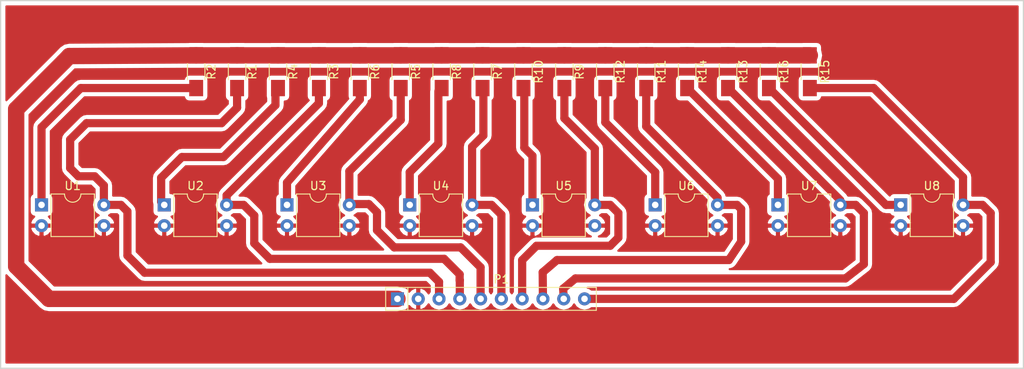
<source format=kicad_pcb>
(kicad_pcb (version 4) (host pcbnew 4.0.5+dfsg1-4)

  (general
    (links 56)
    (no_connects 0)
    (area 114.924999 84.924999 240.075001 130.075001)
    (thickness 1.6)
    (drawings 5)
    (tracks 133)
    (zones 0)
    (modules 25)
    (nets 19)
  )

  (page A4)
  (layers
    (0 F.Cu signal)
    (31 B.Cu signal)
    (33 F.Adhes user)
    (35 F.Paste user)
    (37 F.SilkS user)
    (39 F.Mask user)
    (40 Dwgs.User user)
    (41 Cmts.User user)
    (42 Eco1.User user)
    (43 Eco2.User user)
    (44 Edge.Cuts user)
    (45 Margin user)
    (47 F.CrtYd user)
    (49 F.Fab user)
  )

  (setup
    (last_trace_width 1)
    (user_trace_width 0.5)
    (user_trace_width 0.7)
    (user_trace_width 1)
    (user_trace_width 2)
    (trace_clearance 0.2)
    (zone_clearance 0.508)
    (zone_45_only no)
    (trace_min 0.2)
    (segment_width 0.2)
    (edge_width 0.15)
    (via_size 0.6)
    (via_drill 0.4)
    (via_min_size 0.4)
    (via_min_drill 0.3)
    (uvia_size 0.3)
    (uvia_drill 0.1)
    (uvias_allowed no)
    (uvia_min_size 0.2)
    (uvia_min_drill 0.1)
    (pcb_text_width 0.3)
    (pcb_text_size 1.5 1.5)
    (mod_edge_width 0.15)
    (mod_text_size 1 1)
    (mod_text_width 0.15)
    (pad_size 1.524 1.524)
    (pad_drill 0.762)
    (pad_to_mask_clearance 0.2)
    (aux_axis_origin 0 0)
    (visible_elements FFFFFF7F)
    (pcbplotparams
      (layerselection 0x00020_80000001)
      (usegerberextensions false)
      (excludeedgelayer true)
      (linewidth 0.100000)
      (plotframeref false)
      (viasonmask false)
      (mode 1)
      (useauxorigin false)
      (hpglpennumber 1)
      (hpglpenspeed 20)
      (hpglpendiameter 15)
      (hpglpenoverlay 2)
      (psnegative false)
      (psa4output false)
      (plotreference true)
      (plotvalue true)
      (plotinvisibletext false)
      (padsonsilk false)
      (subtractmaskfromsilk false)
      (outputformat 4)
      (mirror false)
      (drillshape 0)
      (scaleselection 1)
      (outputdirectory ""))
  )

  (net 0 "")
  (net 1 +5V)
  (net 2 GND)
  (net 3 "Net-(P1-Pad3)")
  (net 4 "Net-(P1-Pad4)")
  (net 5 "Net-(P1-Pad5)")
  (net 6 "Net-(P1-Pad6)")
  (net 7 "Net-(P1-Pad7)")
  (net 8 "Net-(P1-Pad8)")
  (net 9 "Net-(P1-Pad9)")
  (net 10 "Net-(P1-Pad10)")
  (net 11 "Net-(R2-Pad2)")
  (net 12 "Net-(R4-Pad2)")
  (net 13 "Net-(R6-Pad2)")
  (net 14 "Net-(R8-Pad2)")
  (net 15 "Net-(R10-Pad2)")
  (net 16 "Net-(R12-Pad2)")
  (net 17 "Net-(R14-Pad2)")
  (net 18 "Net-(R16-Pad2)")

  (net_class Default "This is the default net class."
    (clearance 0.2)
    (trace_width 0.25)
    (via_dia 0.6)
    (via_drill 0.4)
    (uvia_dia 0.3)
    (uvia_drill 0.1)
    (add_net +5V)
    (add_net GND)
    (add_net "Net-(P1-Pad10)")
    (add_net "Net-(P1-Pad3)")
    (add_net "Net-(P1-Pad4)")
    (add_net "Net-(P1-Pad5)")
    (add_net "Net-(P1-Pad6)")
    (add_net "Net-(P1-Pad7)")
    (add_net "Net-(P1-Pad8)")
    (add_net "Net-(P1-Pad9)")
    (add_net "Net-(R10-Pad2)")
    (add_net "Net-(R12-Pad2)")
    (add_net "Net-(R14-Pad2)")
    (add_net "Net-(R16-Pad2)")
    (add_net "Net-(R2-Pad2)")
    (add_net "Net-(R4-Pad2)")
    (add_net "Net-(R6-Pad2)")
    (add_net "Net-(R8-Pad2)")
  )

  (module Housings_DIP:DIP-4_W7.62mm (layer F.Cu) (tedit 59C78D6B) (tstamp 5B5D9F5B)
    (at 120 110)
    (descr "4-lead though-hole mounted DIP package, row spacing 7.62 mm (300 mils)")
    (tags "THT DIP DIL PDIP 2.54mm 7.62mm 300mil")
    (path /5B5BC8A0)
    (fp_text reference U1 (at 3.81 -2.33) (layer F.SilkS)
      (effects (font (size 1 1) (thickness 0.15)))
    )
    (fp_text value LTV-817 (at 3.81 4.87) (layer F.Fab)
      (effects (font (size 1 1) (thickness 0.15)))
    )
    (fp_arc (start 3.81 -1.33) (end 2.81 -1.33) (angle -180) (layer F.SilkS) (width 0.12))
    (fp_line (start 1.635 -1.27) (end 6.985 -1.27) (layer F.Fab) (width 0.1))
    (fp_line (start 6.985 -1.27) (end 6.985 3.81) (layer F.Fab) (width 0.1))
    (fp_line (start 6.985 3.81) (end 0.635 3.81) (layer F.Fab) (width 0.1))
    (fp_line (start 0.635 3.81) (end 0.635 -0.27) (layer F.Fab) (width 0.1))
    (fp_line (start 0.635 -0.27) (end 1.635 -1.27) (layer F.Fab) (width 0.1))
    (fp_line (start 2.81 -1.33) (end 1.16 -1.33) (layer F.SilkS) (width 0.12))
    (fp_line (start 1.16 -1.33) (end 1.16 3.87) (layer F.SilkS) (width 0.12))
    (fp_line (start 1.16 3.87) (end 6.46 3.87) (layer F.SilkS) (width 0.12))
    (fp_line (start 6.46 3.87) (end 6.46 -1.33) (layer F.SilkS) (width 0.12))
    (fp_line (start 6.46 -1.33) (end 4.81 -1.33) (layer F.SilkS) (width 0.12))
    (fp_line (start -1.1 -1.55) (end -1.1 4.1) (layer F.CrtYd) (width 0.05))
    (fp_line (start -1.1 4.1) (end 8.7 4.1) (layer F.CrtYd) (width 0.05))
    (fp_line (start 8.7 4.1) (end 8.7 -1.55) (layer F.CrtYd) (width 0.05))
    (fp_line (start 8.7 -1.55) (end -1.1 -1.55) (layer F.CrtYd) (width 0.05))
    (fp_text user %R (at 3.81 1.27) (layer F.Fab)
      (effects (font (size 1 1) (thickness 0.15)))
    )
    (pad 1 thru_hole rect (at 0 0) (size 1.6 1.6) (drill 0.8) (layers *.Cu *.Mask)
      (net 11 "Net-(R2-Pad2)"))
    (pad 3 thru_hole oval (at 7.62 2.54) (size 1.6 1.6) (drill 0.8) (layers *.Cu *.Mask)
      (net 2 GND))
    (pad 2 thru_hole oval (at 0 2.54) (size 1.6 1.6) (drill 0.8) (layers *.Cu *.Mask)
      (net 2 GND))
    (pad 4 thru_hole oval (at 7.62 0) (size 1.6 1.6) (drill 0.8) (layers *.Cu *.Mask)
      (net 3 "Net-(P1-Pad3)"))
    (model ${KISYS3DMOD}/Housings_DIP.3dshapes/DIP-4_W7.62mm.wrl
      (at (xyz 0 0 0))
      (scale (xyz 1 1 1))
      (rotate (xyz 0 0 0))
    )
  )

  (module Housings_DIP:DIP-4_W7.62mm (layer F.Cu) (tedit 59C78D6B) (tstamp 5B5D9F73)
    (at 135 110)
    (descr "4-lead though-hole mounted DIP package, row spacing 7.62 mm (300 mils)")
    (tags "THT DIP DIL PDIP 2.54mm 7.62mm 300mil")
    (path /5B5BD111)
    (fp_text reference U2 (at 3.81 -2.33) (layer F.SilkS)
      (effects (font (size 1 1) (thickness 0.15)))
    )
    (fp_text value LTV-817 (at 3.81 4.87) (layer F.Fab)
      (effects (font (size 1 1) (thickness 0.15)))
    )
    (fp_arc (start 3.81 -1.33) (end 2.81 -1.33) (angle -180) (layer F.SilkS) (width 0.12))
    (fp_line (start 1.635 -1.27) (end 6.985 -1.27) (layer F.Fab) (width 0.1))
    (fp_line (start 6.985 -1.27) (end 6.985 3.81) (layer F.Fab) (width 0.1))
    (fp_line (start 6.985 3.81) (end 0.635 3.81) (layer F.Fab) (width 0.1))
    (fp_line (start 0.635 3.81) (end 0.635 -0.27) (layer F.Fab) (width 0.1))
    (fp_line (start 0.635 -0.27) (end 1.635 -1.27) (layer F.Fab) (width 0.1))
    (fp_line (start 2.81 -1.33) (end 1.16 -1.33) (layer F.SilkS) (width 0.12))
    (fp_line (start 1.16 -1.33) (end 1.16 3.87) (layer F.SilkS) (width 0.12))
    (fp_line (start 1.16 3.87) (end 6.46 3.87) (layer F.SilkS) (width 0.12))
    (fp_line (start 6.46 3.87) (end 6.46 -1.33) (layer F.SilkS) (width 0.12))
    (fp_line (start 6.46 -1.33) (end 4.81 -1.33) (layer F.SilkS) (width 0.12))
    (fp_line (start -1.1 -1.55) (end -1.1 4.1) (layer F.CrtYd) (width 0.05))
    (fp_line (start -1.1 4.1) (end 8.7 4.1) (layer F.CrtYd) (width 0.05))
    (fp_line (start 8.7 4.1) (end 8.7 -1.55) (layer F.CrtYd) (width 0.05))
    (fp_line (start 8.7 -1.55) (end -1.1 -1.55) (layer F.CrtYd) (width 0.05))
    (fp_text user %R (at 3.81 1.27) (layer F.Fab)
      (effects (font (size 1 1) (thickness 0.15)))
    )
    (pad 1 thru_hole rect (at 0 0) (size 1.6 1.6) (drill 0.8) (layers *.Cu *.Mask)
      (net 12 "Net-(R4-Pad2)"))
    (pad 3 thru_hole oval (at 7.62 2.54) (size 1.6 1.6) (drill 0.8) (layers *.Cu *.Mask)
      (net 2 GND))
    (pad 2 thru_hole oval (at 0 2.54) (size 1.6 1.6) (drill 0.8) (layers *.Cu *.Mask)
      (net 2 GND))
    (pad 4 thru_hole oval (at 7.62 0) (size 1.6 1.6) (drill 0.8) (layers *.Cu *.Mask)
      (net 4 "Net-(P1-Pad4)"))
    (model ${KISYS3DMOD}/Housings_DIP.3dshapes/DIP-4_W7.62mm.wrl
      (at (xyz 0 0 0))
      (scale (xyz 1 1 1))
      (rotate (xyz 0 0 0))
    )
  )

  (module Housings_DIP:DIP-4_W7.62mm (layer F.Cu) (tedit 59C78D6B) (tstamp 5B5D9F8B)
    (at 150 110)
    (descr "4-lead though-hole mounted DIP package, row spacing 7.62 mm (300 mils)")
    (tags "THT DIP DIL PDIP 2.54mm 7.62mm 300mil")
    (path /5B5BD504)
    (fp_text reference U3 (at 3.81 -2.33) (layer F.SilkS)
      (effects (font (size 1 1) (thickness 0.15)))
    )
    (fp_text value LTV-817 (at 3.81 4.87) (layer F.Fab)
      (effects (font (size 1 1) (thickness 0.15)))
    )
    (fp_arc (start 3.81 -1.33) (end 2.81 -1.33) (angle -180) (layer F.SilkS) (width 0.12))
    (fp_line (start 1.635 -1.27) (end 6.985 -1.27) (layer F.Fab) (width 0.1))
    (fp_line (start 6.985 -1.27) (end 6.985 3.81) (layer F.Fab) (width 0.1))
    (fp_line (start 6.985 3.81) (end 0.635 3.81) (layer F.Fab) (width 0.1))
    (fp_line (start 0.635 3.81) (end 0.635 -0.27) (layer F.Fab) (width 0.1))
    (fp_line (start 0.635 -0.27) (end 1.635 -1.27) (layer F.Fab) (width 0.1))
    (fp_line (start 2.81 -1.33) (end 1.16 -1.33) (layer F.SilkS) (width 0.12))
    (fp_line (start 1.16 -1.33) (end 1.16 3.87) (layer F.SilkS) (width 0.12))
    (fp_line (start 1.16 3.87) (end 6.46 3.87) (layer F.SilkS) (width 0.12))
    (fp_line (start 6.46 3.87) (end 6.46 -1.33) (layer F.SilkS) (width 0.12))
    (fp_line (start 6.46 -1.33) (end 4.81 -1.33) (layer F.SilkS) (width 0.12))
    (fp_line (start -1.1 -1.55) (end -1.1 4.1) (layer F.CrtYd) (width 0.05))
    (fp_line (start -1.1 4.1) (end 8.7 4.1) (layer F.CrtYd) (width 0.05))
    (fp_line (start 8.7 4.1) (end 8.7 -1.55) (layer F.CrtYd) (width 0.05))
    (fp_line (start 8.7 -1.55) (end -1.1 -1.55) (layer F.CrtYd) (width 0.05))
    (fp_text user %R (at 3.81 1.27) (layer F.Fab)
      (effects (font (size 1 1) (thickness 0.15)))
    )
    (pad 1 thru_hole rect (at 0 0) (size 1.6 1.6) (drill 0.8) (layers *.Cu *.Mask)
      (net 13 "Net-(R6-Pad2)"))
    (pad 3 thru_hole oval (at 7.62 2.54) (size 1.6 1.6) (drill 0.8) (layers *.Cu *.Mask)
      (net 2 GND))
    (pad 2 thru_hole oval (at 0 2.54) (size 1.6 1.6) (drill 0.8) (layers *.Cu *.Mask)
      (net 2 GND))
    (pad 4 thru_hole oval (at 7.62 0) (size 1.6 1.6) (drill 0.8) (layers *.Cu *.Mask)
      (net 5 "Net-(P1-Pad5)"))
    (model ${KISYS3DMOD}/Housings_DIP.3dshapes/DIP-4_W7.62mm.wrl
      (at (xyz 0 0 0))
      (scale (xyz 1 1 1))
      (rotate (xyz 0 0 0))
    )
  )

  (module Housings_DIP:DIP-4_W7.62mm (layer F.Cu) (tedit 59C78D6B) (tstamp 5B5D9FA3)
    (at 165 110)
    (descr "4-lead though-hole mounted DIP package, row spacing 7.62 mm (300 mils)")
    (tags "THT DIP DIL PDIP 2.54mm 7.62mm 300mil")
    (path /5B5BD530)
    (fp_text reference U4 (at 3.81 -2.33) (layer F.SilkS)
      (effects (font (size 1 1) (thickness 0.15)))
    )
    (fp_text value LTV-817 (at 3.81 4.87) (layer F.Fab)
      (effects (font (size 1 1) (thickness 0.15)))
    )
    (fp_arc (start 3.81 -1.33) (end 2.81 -1.33) (angle -180) (layer F.SilkS) (width 0.12))
    (fp_line (start 1.635 -1.27) (end 6.985 -1.27) (layer F.Fab) (width 0.1))
    (fp_line (start 6.985 -1.27) (end 6.985 3.81) (layer F.Fab) (width 0.1))
    (fp_line (start 6.985 3.81) (end 0.635 3.81) (layer F.Fab) (width 0.1))
    (fp_line (start 0.635 3.81) (end 0.635 -0.27) (layer F.Fab) (width 0.1))
    (fp_line (start 0.635 -0.27) (end 1.635 -1.27) (layer F.Fab) (width 0.1))
    (fp_line (start 2.81 -1.33) (end 1.16 -1.33) (layer F.SilkS) (width 0.12))
    (fp_line (start 1.16 -1.33) (end 1.16 3.87) (layer F.SilkS) (width 0.12))
    (fp_line (start 1.16 3.87) (end 6.46 3.87) (layer F.SilkS) (width 0.12))
    (fp_line (start 6.46 3.87) (end 6.46 -1.33) (layer F.SilkS) (width 0.12))
    (fp_line (start 6.46 -1.33) (end 4.81 -1.33) (layer F.SilkS) (width 0.12))
    (fp_line (start -1.1 -1.55) (end -1.1 4.1) (layer F.CrtYd) (width 0.05))
    (fp_line (start -1.1 4.1) (end 8.7 4.1) (layer F.CrtYd) (width 0.05))
    (fp_line (start 8.7 4.1) (end 8.7 -1.55) (layer F.CrtYd) (width 0.05))
    (fp_line (start 8.7 -1.55) (end -1.1 -1.55) (layer F.CrtYd) (width 0.05))
    (fp_text user %R (at 3.81 1.27) (layer F.Fab)
      (effects (font (size 1 1) (thickness 0.15)))
    )
    (pad 1 thru_hole rect (at 0 0) (size 1.6 1.6) (drill 0.8) (layers *.Cu *.Mask)
      (net 14 "Net-(R8-Pad2)"))
    (pad 3 thru_hole oval (at 7.62 2.54) (size 1.6 1.6) (drill 0.8) (layers *.Cu *.Mask)
      (net 2 GND))
    (pad 2 thru_hole oval (at 0 2.54) (size 1.6 1.6) (drill 0.8) (layers *.Cu *.Mask)
      (net 2 GND))
    (pad 4 thru_hole oval (at 7.62 0) (size 1.6 1.6) (drill 0.8) (layers *.Cu *.Mask)
      (net 6 "Net-(P1-Pad6)"))
    (model ${KISYS3DMOD}/Housings_DIP.3dshapes/DIP-4_W7.62mm.wrl
      (at (xyz 0 0 0))
      (scale (xyz 1 1 1))
      (rotate (xyz 0 0 0))
    )
  )

  (module Housings_DIP:DIP-4_W7.62mm (layer F.Cu) (tedit 59C78D6B) (tstamp 5B5D9FBB)
    (at 180 110)
    (descr "4-lead though-hole mounted DIP package, row spacing 7.62 mm (300 mils)")
    (tags "THT DIP DIL PDIP 2.54mm 7.62mm 300mil")
    (path /5B5BDF80)
    (fp_text reference U5 (at 3.81 -2.33) (layer F.SilkS)
      (effects (font (size 1 1) (thickness 0.15)))
    )
    (fp_text value LTV-817 (at 3.81 4.87) (layer F.Fab)
      (effects (font (size 1 1) (thickness 0.15)))
    )
    (fp_arc (start 3.81 -1.33) (end 2.81 -1.33) (angle -180) (layer F.SilkS) (width 0.12))
    (fp_line (start 1.635 -1.27) (end 6.985 -1.27) (layer F.Fab) (width 0.1))
    (fp_line (start 6.985 -1.27) (end 6.985 3.81) (layer F.Fab) (width 0.1))
    (fp_line (start 6.985 3.81) (end 0.635 3.81) (layer F.Fab) (width 0.1))
    (fp_line (start 0.635 3.81) (end 0.635 -0.27) (layer F.Fab) (width 0.1))
    (fp_line (start 0.635 -0.27) (end 1.635 -1.27) (layer F.Fab) (width 0.1))
    (fp_line (start 2.81 -1.33) (end 1.16 -1.33) (layer F.SilkS) (width 0.12))
    (fp_line (start 1.16 -1.33) (end 1.16 3.87) (layer F.SilkS) (width 0.12))
    (fp_line (start 1.16 3.87) (end 6.46 3.87) (layer F.SilkS) (width 0.12))
    (fp_line (start 6.46 3.87) (end 6.46 -1.33) (layer F.SilkS) (width 0.12))
    (fp_line (start 6.46 -1.33) (end 4.81 -1.33) (layer F.SilkS) (width 0.12))
    (fp_line (start -1.1 -1.55) (end -1.1 4.1) (layer F.CrtYd) (width 0.05))
    (fp_line (start -1.1 4.1) (end 8.7 4.1) (layer F.CrtYd) (width 0.05))
    (fp_line (start 8.7 4.1) (end 8.7 -1.55) (layer F.CrtYd) (width 0.05))
    (fp_line (start 8.7 -1.55) (end -1.1 -1.55) (layer F.CrtYd) (width 0.05))
    (fp_text user %R (at 3.81 1.27) (layer F.Fab)
      (effects (font (size 1 1) (thickness 0.15)))
    )
    (pad 1 thru_hole rect (at 0 0) (size 1.6 1.6) (drill 0.8) (layers *.Cu *.Mask)
      (net 15 "Net-(R10-Pad2)"))
    (pad 3 thru_hole oval (at 7.62 2.54) (size 1.6 1.6) (drill 0.8) (layers *.Cu *.Mask)
      (net 2 GND))
    (pad 2 thru_hole oval (at 0 2.54) (size 1.6 1.6) (drill 0.8) (layers *.Cu *.Mask)
      (net 2 GND))
    (pad 4 thru_hole oval (at 7.62 0) (size 1.6 1.6) (drill 0.8) (layers *.Cu *.Mask)
      (net 7 "Net-(P1-Pad7)"))
    (model ${KISYS3DMOD}/Housings_DIP.3dshapes/DIP-4_W7.62mm.wrl
      (at (xyz 0 0 0))
      (scale (xyz 1 1 1))
      (rotate (xyz 0 0 0))
    )
  )

  (module Housings_DIP:DIP-4_W7.62mm (layer F.Cu) (tedit 59C78D6B) (tstamp 5B5D9FD3)
    (at 195 110)
    (descr "4-lead though-hole mounted DIP package, row spacing 7.62 mm (300 mils)")
    (tags "THT DIP DIL PDIP 2.54mm 7.62mm 300mil")
    (path /5B5BDFAC)
    (fp_text reference U6 (at 3.81 -2.33) (layer F.SilkS)
      (effects (font (size 1 1) (thickness 0.15)))
    )
    (fp_text value LTV-817 (at 3.81 4.87) (layer F.Fab)
      (effects (font (size 1 1) (thickness 0.15)))
    )
    (fp_arc (start 3.81 -1.33) (end 2.81 -1.33) (angle -180) (layer F.SilkS) (width 0.12))
    (fp_line (start 1.635 -1.27) (end 6.985 -1.27) (layer F.Fab) (width 0.1))
    (fp_line (start 6.985 -1.27) (end 6.985 3.81) (layer F.Fab) (width 0.1))
    (fp_line (start 6.985 3.81) (end 0.635 3.81) (layer F.Fab) (width 0.1))
    (fp_line (start 0.635 3.81) (end 0.635 -0.27) (layer F.Fab) (width 0.1))
    (fp_line (start 0.635 -0.27) (end 1.635 -1.27) (layer F.Fab) (width 0.1))
    (fp_line (start 2.81 -1.33) (end 1.16 -1.33) (layer F.SilkS) (width 0.12))
    (fp_line (start 1.16 -1.33) (end 1.16 3.87) (layer F.SilkS) (width 0.12))
    (fp_line (start 1.16 3.87) (end 6.46 3.87) (layer F.SilkS) (width 0.12))
    (fp_line (start 6.46 3.87) (end 6.46 -1.33) (layer F.SilkS) (width 0.12))
    (fp_line (start 6.46 -1.33) (end 4.81 -1.33) (layer F.SilkS) (width 0.12))
    (fp_line (start -1.1 -1.55) (end -1.1 4.1) (layer F.CrtYd) (width 0.05))
    (fp_line (start -1.1 4.1) (end 8.7 4.1) (layer F.CrtYd) (width 0.05))
    (fp_line (start 8.7 4.1) (end 8.7 -1.55) (layer F.CrtYd) (width 0.05))
    (fp_line (start 8.7 -1.55) (end -1.1 -1.55) (layer F.CrtYd) (width 0.05))
    (fp_text user %R (at 3.81 1.27) (layer F.Fab)
      (effects (font (size 1 1) (thickness 0.15)))
    )
    (pad 1 thru_hole rect (at 0 0) (size 1.6 1.6) (drill 0.8) (layers *.Cu *.Mask)
      (net 16 "Net-(R12-Pad2)"))
    (pad 3 thru_hole oval (at 7.62 2.54) (size 1.6 1.6) (drill 0.8) (layers *.Cu *.Mask)
      (net 2 GND))
    (pad 2 thru_hole oval (at 0 2.54) (size 1.6 1.6) (drill 0.8) (layers *.Cu *.Mask)
      (net 2 GND))
    (pad 4 thru_hole oval (at 7.62 0) (size 1.6 1.6) (drill 0.8) (layers *.Cu *.Mask)
      (net 8 "Net-(P1-Pad8)"))
    (model ${KISYS3DMOD}/Housings_DIP.3dshapes/DIP-4_W7.62mm.wrl
      (at (xyz 0 0 0))
      (scale (xyz 1 1 1))
      (rotate (xyz 0 0 0))
    )
  )

  (module Housings_DIP:DIP-4_W7.62mm (layer F.Cu) (tedit 59C78D6B) (tstamp 5B5D9FEB)
    (at 210 110)
    (descr "4-lead though-hole mounted DIP package, row spacing 7.62 mm (300 mils)")
    (tags "THT DIP DIL PDIP 2.54mm 7.62mm 300mil")
    (path /5B5BDFD8)
    (fp_text reference U7 (at 3.81 -2.33) (layer F.SilkS)
      (effects (font (size 1 1) (thickness 0.15)))
    )
    (fp_text value LTV-817 (at 3.81 4.87) (layer F.Fab)
      (effects (font (size 1 1) (thickness 0.15)))
    )
    (fp_arc (start 3.81 -1.33) (end 2.81 -1.33) (angle -180) (layer F.SilkS) (width 0.12))
    (fp_line (start 1.635 -1.27) (end 6.985 -1.27) (layer F.Fab) (width 0.1))
    (fp_line (start 6.985 -1.27) (end 6.985 3.81) (layer F.Fab) (width 0.1))
    (fp_line (start 6.985 3.81) (end 0.635 3.81) (layer F.Fab) (width 0.1))
    (fp_line (start 0.635 3.81) (end 0.635 -0.27) (layer F.Fab) (width 0.1))
    (fp_line (start 0.635 -0.27) (end 1.635 -1.27) (layer F.Fab) (width 0.1))
    (fp_line (start 2.81 -1.33) (end 1.16 -1.33) (layer F.SilkS) (width 0.12))
    (fp_line (start 1.16 -1.33) (end 1.16 3.87) (layer F.SilkS) (width 0.12))
    (fp_line (start 1.16 3.87) (end 6.46 3.87) (layer F.SilkS) (width 0.12))
    (fp_line (start 6.46 3.87) (end 6.46 -1.33) (layer F.SilkS) (width 0.12))
    (fp_line (start 6.46 -1.33) (end 4.81 -1.33) (layer F.SilkS) (width 0.12))
    (fp_line (start -1.1 -1.55) (end -1.1 4.1) (layer F.CrtYd) (width 0.05))
    (fp_line (start -1.1 4.1) (end 8.7 4.1) (layer F.CrtYd) (width 0.05))
    (fp_line (start 8.7 4.1) (end 8.7 -1.55) (layer F.CrtYd) (width 0.05))
    (fp_line (start 8.7 -1.55) (end -1.1 -1.55) (layer F.CrtYd) (width 0.05))
    (fp_text user %R (at 3.81 1.27) (layer F.Fab)
      (effects (font (size 1 1) (thickness 0.15)))
    )
    (pad 1 thru_hole rect (at 0 0) (size 1.6 1.6) (drill 0.8) (layers *.Cu *.Mask)
      (net 17 "Net-(R14-Pad2)"))
    (pad 3 thru_hole oval (at 7.62 2.54) (size 1.6 1.6) (drill 0.8) (layers *.Cu *.Mask)
      (net 2 GND))
    (pad 2 thru_hole oval (at 0 2.54) (size 1.6 1.6) (drill 0.8) (layers *.Cu *.Mask)
      (net 2 GND))
    (pad 4 thru_hole oval (at 7.62 0) (size 1.6 1.6) (drill 0.8) (layers *.Cu *.Mask)
      (net 9 "Net-(P1-Pad9)"))
    (model ${KISYS3DMOD}/Housings_DIP.3dshapes/DIP-4_W7.62mm.wrl
      (at (xyz 0 0 0))
      (scale (xyz 1 1 1))
      (rotate (xyz 0 0 0))
    )
  )

  (module Housings_DIP:DIP-4_W7.62mm (layer F.Cu) (tedit 59C78D6B) (tstamp 5B5DA003)
    (at 225 110)
    (descr "4-lead though-hole mounted DIP package, row spacing 7.62 mm (300 mils)")
    (tags "THT DIP DIL PDIP 2.54mm 7.62mm 300mil")
    (path /5B5BE004)
    (fp_text reference U8 (at 3.81 -2.33) (layer F.SilkS)
      (effects (font (size 1 1) (thickness 0.15)))
    )
    (fp_text value LTV-817 (at 3.81 4.87) (layer F.Fab)
      (effects (font (size 1 1) (thickness 0.15)))
    )
    (fp_arc (start 3.81 -1.33) (end 2.81 -1.33) (angle -180) (layer F.SilkS) (width 0.12))
    (fp_line (start 1.635 -1.27) (end 6.985 -1.27) (layer F.Fab) (width 0.1))
    (fp_line (start 6.985 -1.27) (end 6.985 3.81) (layer F.Fab) (width 0.1))
    (fp_line (start 6.985 3.81) (end 0.635 3.81) (layer F.Fab) (width 0.1))
    (fp_line (start 0.635 3.81) (end 0.635 -0.27) (layer F.Fab) (width 0.1))
    (fp_line (start 0.635 -0.27) (end 1.635 -1.27) (layer F.Fab) (width 0.1))
    (fp_line (start 2.81 -1.33) (end 1.16 -1.33) (layer F.SilkS) (width 0.12))
    (fp_line (start 1.16 -1.33) (end 1.16 3.87) (layer F.SilkS) (width 0.12))
    (fp_line (start 1.16 3.87) (end 6.46 3.87) (layer F.SilkS) (width 0.12))
    (fp_line (start 6.46 3.87) (end 6.46 -1.33) (layer F.SilkS) (width 0.12))
    (fp_line (start 6.46 -1.33) (end 4.81 -1.33) (layer F.SilkS) (width 0.12))
    (fp_line (start -1.1 -1.55) (end -1.1 4.1) (layer F.CrtYd) (width 0.05))
    (fp_line (start -1.1 4.1) (end 8.7 4.1) (layer F.CrtYd) (width 0.05))
    (fp_line (start 8.7 4.1) (end 8.7 -1.55) (layer F.CrtYd) (width 0.05))
    (fp_line (start 8.7 -1.55) (end -1.1 -1.55) (layer F.CrtYd) (width 0.05))
    (fp_text user %R (at 3.81 1.27) (layer F.Fab)
      (effects (font (size 1 1) (thickness 0.15)))
    )
    (pad 1 thru_hole rect (at 0 0) (size 1.6 1.6) (drill 0.8) (layers *.Cu *.Mask)
      (net 18 "Net-(R16-Pad2)"))
    (pad 3 thru_hole oval (at 7.62 2.54) (size 1.6 1.6) (drill 0.8) (layers *.Cu *.Mask)
      (net 2 GND))
    (pad 2 thru_hole oval (at 0 2.54) (size 1.6 1.6) (drill 0.8) (layers *.Cu *.Mask)
      (net 2 GND))
    (pad 4 thru_hole oval (at 7.62 0) (size 1.6 1.6) (drill 0.8) (layers *.Cu *.Mask)
      (net 10 "Net-(P1-Pad10)"))
    (model ${KISYS3DMOD}/Housings_DIP.3dshapes/DIP-4_W7.62mm.wrl
      (at (xyz 0 0 0))
      (scale (xyz 1 1 1))
      (rotate (xyz 0 0 0))
    )
  )

  (module Resistors_THT:R_Array_SIP10 (layer F.Cu) (tedit 57FA3974) (tstamp 5B5DCA3F)
    (at 163.5 121.5)
    (descr "10-pin Resistor SIP pack")
    (tags R)
    (path /5B5BCB2A)
    (fp_text reference P1 (at 12.7 -2.4) (layer F.SilkS)
      (effects (font (size 1 1) (thickness 0.15)))
    )
    (fp_text value CONN_01X10 (at 12.7 2.4) (layer F.Fab)
      (effects (font (size 1 1) (thickness 0.15)))
    )
    (fp_line (start -1.29 -1.25) (end -1.29 1.25) (layer F.Fab) (width 0.1))
    (fp_line (start -1.29 1.25) (end 24.15 1.25) (layer F.Fab) (width 0.1))
    (fp_line (start 24.15 1.25) (end 24.15 -1.25) (layer F.Fab) (width 0.1))
    (fp_line (start 24.15 -1.25) (end -1.29 -1.25) (layer F.Fab) (width 0.1))
    (fp_line (start 1.27 -1.25) (end 1.27 1.25) (layer F.Fab) (width 0.1))
    (fp_line (start -1.44 -1.4) (end -1.44 1.4) (layer F.SilkS) (width 0.12))
    (fp_line (start -1.44 1.4) (end 24.3 1.4) (layer F.SilkS) (width 0.12))
    (fp_line (start 24.3 1.4) (end 24.3 -1.4) (layer F.SilkS) (width 0.12))
    (fp_line (start 24.3 -1.4) (end -1.44 -1.4) (layer F.SilkS) (width 0.12))
    (fp_line (start 1.27 -1.4) (end 1.27 1.4) (layer F.SilkS) (width 0.12))
    (fp_line (start -1.7 -1.65) (end -1.7 1.65) (layer F.CrtYd) (width 0.05))
    (fp_line (start -1.7 1.65) (end 24.55 1.65) (layer F.CrtYd) (width 0.05))
    (fp_line (start 24.55 1.65) (end 24.55 -1.65) (layer F.CrtYd) (width 0.05))
    (fp_line (start 24.55 -1.65) (end -1.7 -1.65) (layer F.CrtYd) (width 0.05))
    (pad 1 thru_hole rect (at 0 0) (size 1.6 1.6) (drill 0.8) (layers *.Cu *.Mask)
      (net 1 +5V))
    (pad 2 thru_hole oval (at 2.54 0) (size 1.6 1.6) (drill 0.8) (layers *.Cu *.Mask)
      (net 2 GND))
    (pad 3 thru_hole oval (at 5.08 0) (size 1.6 1.6) (drill 0.8) (layers *.Cu *.Mask)
      (net 3 "Net-(P1-Pad3)"))
    (pad 4 thru_hole oval (at 7.62 0) (size 1.6 1.6) (drill 0.8) (layers *.Cu *.Mask)
      (net 4 "Net-(P1-Pad4)"))
    (pad 5 thru_hole oval (at 10.16 0) (size 1.6 1.6) (drill 0.8) (layers *.Cu *.Mask)
      (net 5 "Net-(P1-Pad5)"))
    (pad 6 thru_hole oval (at 12.7 0) (size 1.6 1.6) (drill 0.8) (layers *.Cu *.Mask)
      (net 6 "Net-(P1-Pad6)"))
    (pad 7 thru_hole oval (at 15.24 0) (size 1.6 1.6) (drill 0.8) (layers *.Cu *.Mask)
      (net 7 "Net-(P1-Pad7)"))
    (pad 8 thru_hole oval (at 17.78 0) (size 1.6 1.6) (drill 0.8) (layers *.Cu *.Mask)
      (net 8 "Net-(P1-Pad8)"))
    (pad 9 thru_hole oval (at 20.32 0) (size 1.6 1.6) (drill 0.8) (layers *.Cu *.Mask)
      (net 9 "Net-(P1-Pad9)"))
    (pad 10 thru_hole oval (at 22.86 0) (size 1.6 1.6) (drill 0.8) (layers *.Cu *.Mask)
      (net 10 "Net-(P1-Pad10)"))
    (model ${KISYS3DMOD}/Resistors_THT.3dshapes/R_Array_SIP10.wrl
      (at (xyz 0 0 0))
      (scale (xyz 0.39 0.39 0.39))
      (rotate (xyz 0 0 0))
    )
  )

  (module Resistors_SMD:R_1206_HandSoldering (layer F.Cu) (tedit 58E0A804) (tstamp 5B5E1E59)
    (at 148.9 93.7 270)
    (descr "Resistor SMD 1206, hand soldering")
    (tags "resistor 1206")
    (path /5B5BD11D)
    (attr smd)
    (fp_text reference R4 (at 0 -1.85 270) (layer F.SilkS)
      (effects (font (size 1 1) (thickness 0.15)))
    )
    (fp_text value 100R (at 0 1.9 270) (layer F.Fab)
      (effects (font (size 1 1) (thickness 0.15)))
    )
    (fp_text user %R (at 0 0 270) (layer F.Fab)
      (effects (font (size 0.7 0.7) (thickness 0.105)))
    )
    (fp_line (start -1.6 0.8) (end -1.6 -0.8) (layer F.Fab) (width 0.1))
    (fp_line (start 1.6 0.8) (end -1.6 0.8) (layer F.Fab) (width 0.1))
    (fp_line (start 1.6 -0.8) (end 1.6 0.8) (layer F.Fab) (width 0.1))
    (fp_line (start -1.6 -0.8) (end 1.6 -0.8) (layer F.Fab) (width 0.1))
    (fp_line (start 1 1.07) (end -1 1.07) (layer F.SilkS) (width 0.12))
    (fp_line (start -1 -1.07) (end 1 -1.07) (layer F.SilkS) (width 0.12))
    (fp_line (start -3.25 -1.11) (end 3.25 -1.11) (layer F.CrtYd) (width 0.05))
    (fp_line (start -3.25 -1.11) (end -3.25 1.1) (layer F.CrtYd) (width 0.05))
    (fp_line (start 3.25 1.1) (end 3.25 -1.11) (layer F.CrtYd) (width 0.05))
    (fp_line (start 3.25 1.1) (end -3.25 1.1) (layer F.CrtYd) (width 0.05))
    (pad 1 smd rect (at -2 0 270) (size 2 1.7) (layers F.Cu F.Paste F.Mask)
      (net 1 +5V))
    (pad 2 smd rect (at 2 0 270) (size 2 1.7) (layers F.Cu F.Paste F.Mask)
      (net 12 "Net-(R4-Pad2)"))
    (model ${KISYS3DMOD}/Resistors_SMD.3dshapes/R_1206.wrl
      (at (xyz 0 0 0))
      (scale (xyz 1 1 1))
      (rotate (xyz 0 0 0))
    )
  )

  (module Resistors_SMD:R_1206_HandSoldering (layer F.Cu) (tedit 58E0A804) (tstamp 5B5E553F)
    (at 143.9 93.7 270)
    (descr "Resistor SMD 1206, hand soldering")
    (tags "resistor 1206")
    (path /5B5BCAD6)
    (attr smd)
    (fp_text reference R1 (at 0 -1.85 270) (layer F.SilkS)
      (effects (font (size 1 1) (thickness 0.15)))
    )
    (fp_text value 4.7k (at 0 1.9 270) (layer F.Fab)
      (effects (font (size 1 1) (thickness 0.15)))
    )
    (fp_text user %R (at 0 0 270) (layer F.Fab)
      (effects (font (size 0.7 0.7) (thickness 0.105)))
    )
    (fp_line (start -1.6 0.8) (end -1.6 -0.8) (layer F.Fab) (width 0.1))
    (fp_line (start 1.6 0.8) (end -1.6 0.8) (layer F.Fab) (width 0.1))
    (fp_line (start 1.6 -0.8) (end 1.6 0.8) (layer F.Fab) (width 0.1))
    (fp_line (start -1.6 -0.8) (end 1.6 -0.8) (layer F.Fab) (width 0.1))
    (fp_line (start 1 1.07) (end -1 1.07) (layer F.SilkS) (width 0.12))
    (fp_line (start -1 -1.07) (end 1 -1.07) (layer F.SilkS) (width 0.12))
    (fp_line (start -3.25 -1.11) (end 3.25 -1.11) (layer F.CrtYd) (width 0.05))
    (fp_line (start -3.25 -1.11) (end -3.25 1.1) (layer F.CrtYd) (width 0.05))
    (fp_line (start 3.25 1.1) (end 3.25 -1.11) (layer F.CrtYd) (width 0.05))
    (fp_line (start 3.25 1.1) (end -3.25 1.1) (layer F.CrtYd) (width 0.05))
    (pad 1 smd rect (at -2 0 270) (size 2 1.7) (layers F.Cu F.Paste F.Mask)
      (net 1 +5V))
    (pad 2 smd rect (at 2 0 270) (size 2 1.7) (layers F.Cu F.Paste F.Mask)
      (net 3 "Net-(P1-Pad3)"))
    (model ${KISYS3DMOD}/Resistors_SMD.3dshapes/R_1206.wrl
      (at (xyz 0 0 0))
      (scale (xyz 1 1 1))
      (rotate (xyz 0 0 0))
    )
  )

  (module Resistors_SMD:R_1206_HandSoldering (layer F.Cu) (tedit 58E0A804) (tstamp 5B5E554F)
    (at 138.9 93.7 270)
    (descr "Resistor SMD 1206, hand soldering")
    (tags "resistor 1206")
    (path /5B5BCAFD)
    (attr smd)
    (fp_text reference R2 (at 0 -1.85 270) (layer F.SilkS)
      (effects (font (size 1 1) (thickness 0.15)))
    )
    (fp_text value 100R (at 0 1.9 270) (layer F.Fab)
      (effects (font (size 1 1) (thickness 0.15)))
    )
    (fp_text user %R (at 0 0 270) (layer F.Fab)
      (effects (font (size 0.7 0.7) (thickness 0.105)))
    )
    (fp_line (start -1.6 0.8) (end -1.6 -0.8) (layer F.Fab) (width 0.1))
    (fp_line (start 1.6 0.8) (end -1.6 0.8) (layer F.Fab) (width 0.1))
    (fp_line (start 1.6 -0.8) (end 1.6 0.8) (layer F.Fab) (width 0.1))
    (fp_line (start -1.6 -0.8) (end 1.6 -0.8) (layer F.Fab) (width 0.1))
    (fp_line (start 1 1.07) (end -1 1.07) (layer F.SilkS) (width 0.12))
    (fp_line (start -1 -1.07) (end 1 -1.07) (layer F.SilkS) (width 0.12))
    (fp_line (start -3.25 -1.11) (end 3.25 -1.11) (layer F.CrtYd) (width 0.05))
    (fp_line (start -3.25 -1.11) (end -3.25 1.1) (layer F.CrtYd) (width 0.05))
    (fp_line (start 3.25 1.1) (end 3.25 -1.11) (layer F.CrtYd) (width 0.05))
    (fp_line (start 3.25 1.1) (end -3.25 1.1) (layer F.CrtYd) (width 0.05))
    (pad 1 smd rect (at -2 0 270) (size 2 1.7) (layers F.Cu F.Paste F.Mask)
      (net 1 +5V))
    (pad 2 smd rect (at 2 0 270) (size 2 1.7) (layers F.Cu F.Paste F.Mask)
      (net 11 "Net-(R2-Pad2)"))
    (model ${KISYS3DMOD}/Resistors_SMD.3dshapes/R_1206.wrl
      (at (xyz 0 0 0))
      (scale (xyz 1 1 1))
      (rotate (xyz 0 0 0))
    )
  )

  (module Resistors_SMD:R_1206_HandSoldering (layer F.Cu) (tedit 58E0A804) (tstamp 5B5E555F)
    (at 153.9 93.7 270)
    (descr "Resistor SMD 1206, hand soldering")
    (tags "resistor 1206")
    (path /5B5BD117)
    (attr smd)
    (fp_text reference R3 (at 0 -1.85 270) (layer F.SilkS)
      (effects (font (size 1 1) (thickness 0.15)))
    )
    (fp_text value 4.7k (at 0 1.9 270) (layer F.Fab)
      (effects (font (size 1 1) (thickness 0.15)))
    )
    (fp_text user %R (at 0 0 270) (layer F.Fab)
      (effects (font (size 0.7 0.7) (thickness 0.105)))
    )
    (fp_line (start -1.6 0.8) (end -1.6 -0.8) (layer F.Fab) (width 0.1))
    (fp_line (start 1.6 0.8) (end -1.6 0.8) (layer F.Fab) (width 0.1))
    (fp_line (start 1.6 -0.8) (end 1.6 0.8) (layer F.Fab) (width 0.1))
    (fp_line (start -1.6 -0.8) (end 1.6 -0.8) (layer F.Fab) (width 0.1))
    (fp_line (start 1 1.07) (end -1 1.07) (layer F.SilkS) (width 0.12))
    (fp_line (start -1 -1.07) (end 1 -1.07) (layer F.SilkS) (width 0.12))
    (fp_line (start -3.25 -1.11) (end 3.25 -1.11) (layer F.CrtYd) (width 0.05))
    (fp_line (start -3.25 -1.11) (end -3.25 1.1) (layer F.CrtYd) (width 0.05))
    (fp_line (start 3.25 1.1) (end 3.25 -1.11) (layer F.CrtYd) (width 0.05))
    (fp_line (start 3.25 1.1) (end -3.25 1.1) (layer F.CrtYd) (width 0.05))
    (pad 1 smd rect (at -2 0 270) (size 2 1.7) (layers F.Cu F.Paste F.Mask)
      (net 1 +5V))
    (pad 2 smd rect (at 2 0 270) (size 2 1.7) (layers F.Cu F.Paste F.Mask)
      (net 4 "Net-(P1-Pad4)"))
    (model ${KISYS3DMOD}/Resistors_SMD.3dshapes/R_1206.wrl
      (at (xyz 0 0 0))
      (scale (xyz 1 1 1))
      (rotate (xyz 0 0 0))
    )
  )

  (module Resistors_SMD:R_1206_HandSoldering (layer F.Cu) (tedit 58E0A804) (tstamp 5B5E556F)
    (at 163.9 93.7 270)
    (descr "Resistor SMD 1206, hand soldering")
    (tags "resistor 1206")
    (path /5B5BD50A)
    (attr smd)
    (fp_text reference R5 (at 0 -1.85 270) (layer F.SilkS)
      (effects (font (size 1 1) (thickness 0.15)))
    )
    (fp_text value 4.7k (at 0 1.9 270) (layer F.Fab)
      (effects (font (size 1 1) (thickness 0.15)))
    )
    (fp_text user %R (at 0 0 270) (layer F.Fab)
      (effects (font (size 0.7 0.7) (thickness 0.105)))
    )
    (fp_line (start -1.6 0.8) (end -1.6 -0.8) (layer F.Fab) (width 0.1))
    (fp_line (start 1.6 0.8) (end -1.6 0.8) (layer F.Fab) (width 0.1))
    (fp_line (start 1.6 -0.8) (end 1.6 0.8) (layer F.Fab) (width 0.1))
    (fp_line (start -1.6 -0.8) (end 1.6 -0.8) (layer F.Fab) (width 0.1))
    (fp_line (start 1 1.07) (end -1 1.07) (layer F.SilkS) (width 0.12))
    (fp_line (start -1 -1.07) (end 1 -1.07) (layer F.SilkS) (width 0.12))
    (fp_line (start -3.25 -1.11) (end 3.25 -1.11) (layer F.CrtYd) (width 0.05))
    (fp_line (start -3.25 -1.11) (end -3.25 1.1) (layer F.CrtYd) (width 0.05))
    (fp_line (start 3.25 1.1) (end 3.25 -1.11) (layer F.CrtYd) (width 0.05))
    (fp_line (start 3.25 1.1) (end -3.25 1.1) (layer F.CrtYd) (width 0.05))
    (pad 1 smd rect (at -2 0 270) (size 2 1.7) (layers F.Cu F.Paste F.Mask)
      (net 1 +5V))
    (pad 2 smd rect (at 2 0 270) (size 2 1.7) (layers F.Cu F.Paste F.Mask)
      (net 5 "Net-(P1-Pad5)"))
    (model ${KISYS3DMOD}/Resistors_SMD.3dshapes/R_1206.wrl
      (at (xyz 0 0 0))
      (scale (xyz 1 1 1))
      (rotate (xyz 0 0 0))
    )
  )

  (module Resistors_SMD:R_1206_HandSoldering (layer F.Cu) (tedit 58E0A804) (tstamp 5B5E557F)
    (at 158.9 93.7 270)
    (descr "Resistor SMD 1206, hand soldering")
    (tags "resistor 1206")
    (path /5B5BD510)
    (attr smd)
    (fp_text reference R6 (at 0 -1.85 270) (layer F.SilkS)
      (effects (font (size 1 1) (thickness 0.15)))
    )
    (fp_text value 100R (at 0 1.9 270) (layer F.Fab)
      (effects (font (size 1 1) (thickness 0.15)))
    )
    (fp_text user %R (at 0 0 270) (layer F.Fab)
      (effects (font (size 0.7 0.7) (thickness 0.105)))
    )
    (fp_line (start -1.6 0.8) (end -1.6 -0.8) (layer F.Fab) (width 0.1))
    (fp_line (start 1.6 0.8) (end -1.6 0.8) (layer F.Fab) (width 0.1))
    (fp_line (start 1.6 -0.8) (end 1.6 0.8) (layer F.Fab) (width 0.1))
    (fp_line (start -1.6 -0.8) (end 1.6 -0.8) (layer F.Fab) (width 0.1))
    (fp_line (start 1 1.07) (end -1 1.07) (layer F.SilkS) (width 0.12))
    (fp_line (start -1 -1.07) (end 1 -1.07) (layer F.SilkS) (width 0.12))
    (fp_line (start -3.25 -1.11) (end 3.25 -1.11) (layer F.CrtYd) (width 0.05))
    (fp_line (start -3.25 -1.11) (end -3.25 1.1) (layer F.CrtYd) (width 0.05))
    (fp_line (start 3.25 1.1) (end 3.25 -1.11) (layer F.CrtYd) (width 0.05))
    (fp_line (start 3.25 1.1) (end -3.25 1.1) (layer F.CrtYd) (width 0.05))
    (pad 1 smd rect (at -2 0 270) (size 2 1.7) (layers F.Cu F.Paste F.Mask)
      (net 1 +5V))
    (pad 2 smd rect (at 2 0 270) (size 2 1.7) (layers F.Cu F.Paste F.Mask)
      (net 13 "Net-(R6-Pad2)"))
    (model ${KISYS3DMOD}/Resistors_SMD.3dshapes/R_1206.wrl
      (at (xyz 0 0 0))
      (scale (xyz 1 1 1))
      (rotate (xyz 0 0 0))
    )
  )

  (module Resistors_SMD:R_1206_HandSoldering (layer F.Cu) (tedit 58E0A804) (tstamp 5B5E558F)
    (at 173.9 93.7 270)
    (descr "Resistor SMD 1206, hand soldering")
    (tags "resistor 1206")
    (path /5B5BD536)
    (attr smd)
    (fp_text reference R7 (at 0 -1.85 270) (layer F.SilkS)
      (effects (font (size 1 1) (thickness 0.15)))
    )
    (fp_text value 4.7k (at 0 1.9 270) (layer F.Fab)
      (effects (font (size 1 1) (thickness 0.15)))
    )
    (fp_text user %R (at 0 0 270) (layer F.Fab)
      (effects (font (size 0.7 0.7) (thickness 0.105)))
    )
    (fp_line (start -1.6 0.8) (end -1.6 -0.8) (layer F.Fab) (width 0.1))
    (fp_line (start 1.6 0.8) (end -1.6 0.8) (layer F.Fab) (width 0.1))
    (fp_line (start 1.6 -0.8) (end 1.6 0.8) (layer F.Fab) (width 0.1))
    (fp_line (start -1.6 -0.8) (end 1.6 -0.8) (layer F.Fab) (width 0.1))
    (fp_line (start 1 1.07) (end -1 1.07) (layer F.SilkS) (width 0.12))
    (fp_line (start -1 -1.07) (end 1 -1.07) (layer F.SilkS) (width 0.12))
    (fp_line (start -3.25 -1.11) (end 3.25 -1.11) (layer F.CrtYd) (width 0.05))
    (fp_line (start -3.25 -1.11) (end -3.25 1.1) (layer F.CrtYd) (width 0.05))
    (fp_line (start 3.25 1.1) (end 3.25 -1.11) (layer F.CrtYd) (width 0.05))
    (fp_line (start 3.25 1.1) (end -3.25 1.1) (layer F.CrtYd) (width 0.05))
    (pad 1 smd rect (at -2 0 270) (size 2 1.7) (layers F.Cu F.Paste F.Mask)
      (net 1 +5V))
    (pad 2 smd rect (at 2 0 270) (size 2 1.7) (layers F.Cu F.Paste F.Mask)
      (net 6 "Net-(P1-Pad6)"))
    (model ${KISYS3DMOD}/Resistors_SMD.3dshapes/R_1206.wrl
      (at (xyz 0 0 0))
      (scale (xyz 1 1 1))
      (rotate (xyz 0 0 0))
    )
  )

  (module Resistors_SMD:R_1206_HandSoldering (layer F.Cu) (tedit 58E0A804) (tstamp 5B5E559F)
    (at 168.9 93.7 270)
    (descr "Resistor SMD 1206, hand soldering")
    (tags "resistor 1206")
    (path /5B5BD53C)
    (attr smd)
    (fp_text reference R8 (at 0 -1.85 270) (layer F.SilkS)
      (effects (font (size 1 1) (thickness 0.15)))
    )
    (fp_text value 100R (at 0 1.9 270) (layer F.Fab)
      (effects (font (size 1 1) (thickness 0.15)))
    )
    (fp_text user %R (at 0 0 270) (layer F.Fab)
      (effects (font (size 0.7 0.7) (thickness 0.105)))
    )
    (fp_line (start -1.6 0.8) (end -1.6 -0.8) (layer F.Fab) (width 0.1))
    (fp_line (start 1.6 0.8) (end -1.6 0.8) (layer F.Fab) (width 0.1))
    (fp_line (start 1.6 -0.8) (end 1.6 0.8) (layer F.Fab) (width 0.1))
    (fp_line (start -1.6 -0.8) (end 1.6 -0.8) (layer F.Fab) (width 0.1))
    (fp_line (start 1 1.07) (end -1 1.07) (layer F.SilkS) (width 0.12))
    (fp_line (start -1 -1.07) (end 1 -1.07) (layer F.SilkS) (width 0.12))
    (fp_line (start -3.25 -1.11) (end 3.25 -1.11) (layer F.CrtYd) (width 0.05))
    (fp_line (start -3.25 -1.11) (end -3.25 1.1) (layer F.CrtYd) (width 0.05))
    (fp_line (start 3.25 1.1) (end 3.25 -1.11) (layer F.CrtYd) (width 0.05))
    (fp_line (start 3.25 1.1) (end -3.25 1.1) (layer F.CrtYd) (width 0.05))
    (pad 1 smd rect (at -2 0 270) (size 2 1.7) (layers F.Cu F.Paste F.Mask)
      (net 1 +5V))
    (pad 2 smd rect (at 2 0 270) (size 2 1.7) (layers F.Cu F.Paste F.Mask)
      (net 14 "Net-(R8-Pad2)"))
    (model ${KISYS3DMOD}/Resistors_SMD.3dshapes/R_1206.wrl
      (at (xyz 0 0 0))
      (scale (xyz 1 1 1))
      (rotate (xyz 0 0 0))
    )
  )

  (module Resistors_SMD:R_1206_HandSoldering (layer F.Cu) (tedit 58E0A804) (tstamp 5B5E55AF)
    (at 183.9 93.7 270)
    (descr "Resistor SMD 1206, hand soldering")
    (tags "resistor 1206")
    (path /5B5BDF86)
    (attr smd)
    (fp_text reference R9 (at 0 -1.85 270) (layer F.SilkS)
      (effects (font (size 1 1) (thickness 0.15)))
    )
    (fp_text value 4.7k (at 0 1.9 270) (layer F.Fab)
      (effects (font (size 1 1) (thickness 0.15)))
    )
    (fp_text user %R (at 0 0 270) (layer F.Fab)
      (effects (font (size 0.7 0.7) (thickness 0.105)))
    )
    (fp_line (start -1.6 0.8) (end -1.6 -0.8) (layer F.Fab) (width 0.1))
    (fp_line (start 1.6 0.8) (end -1.6 0.8) (layer F.Fab) (width 0.1))
    (fp_line (start 1.6 -0.8) (end 1.6 0.8) (layer F.Fab) (width 0.1))
    (fp_line (start -1.6 -0.8) (end 1.6 -0.8) (layer F.Fab) (width 0.1))
    (fp_line (start 1 1.07) (end -1 1.07) (layer F.SilkS) (width 0.12))
    (fp_line (start -1 -1.07) (end 1 -1.07) (layer F.SilkS) (width 0.12))
    (fp_line (start -3.25 -1.11) (end 3.25 -1.11) (layer F.CrtYd) (width 0.05))
    (fp_line (start -3.25 -1.11) (end -3.25 1.1) (layer F.CrtYd) (width 0.05))
    (fp_line (start 3.25 1.1) (end 3.25 -1.11) (layer F.CrtYd) (width 0.05))
    (fp_line (start 3.25 1.1) (end -3.25 1.1) (layer F.CrtYd) (width 0.05))
    (pad 1 smd rect (at -2 0 270) (size 2 1.7) (layers F.Cu F.Paste F.Mask)
      (net 1 +5V))
    (pad 2 smd rect (at 2 0 270) (size 2 1.7) (layers F.Cu F.Paste F.Mask)
      (net 7 "Net-(P1-Pad7)"))
    (model ${KISYS3DMOD}/Resistors_SMD.3dshapes/R_1206.wrl
      (at (xyz 0 0 0))
      (scale (xyz 1 1 1))
      (rotate (xyz 0 0 0))
    )
  )

  (module Resistors_SMD:R_1206_HandSoldering (layer F.Cu) (tedit 58E0A804) (tstamp 5B5E55BF)
    (at 178.9 93.7 270)
    (descr "Resistor SMD 1206, hand soldering")
    (tags "resistor 1206")
    (path /5B5BDF8C)
    (attr smd)
    (fp_text reference R10 (at 0 -1.85 270) (layer F.SilkS)
      (effects (font (size 1 1) (thickness 0.15)))
    )
    (fp_text value 100R (at 0 1.9 270) (layer F.Fab)
      (effects (font (size 1 1) (thickness 0.15)))
    )
    (fp_text user %R (at 0 0 270) (layer F.Fab)
      (effects (font (size 0.7 0.7) (thickness 0.105)))
    )
    (fp_line (start -1.6 0.8) (end -1.6 -0.8) (layer F.Fab) (width 0.1))
    (fp_line (start 1.6 0.8) (end -1.6 0.8) (layer F.Fab) (width 0.1))
    (fp_line (start 1.6 -0.8) (end 1.6 0.8) (layer F.Fab) (width 0.1))
    (fp_line (start -1.6 -0.8) (end 1.6 -0.8) (layer F.Fab) (width 0.1))
    (fp_line (start 1 1.07) (end -1 1.07) (layer F.SilkS) (width 0.12))
    (fp_line (start -1 -1.07) (end 1 -1.07) (layer F.SilkS) (width 0.12))
    (fp_line (start -3.25 -1.11) (end 3.25 -1.11) (layer F.CrtYd) (width 0.05))
    (fp_line (start -3.25 -1.11) (end -3.25 1.1) (layer F.CrtYd) (width 0.05))
    (fp_line (start 3.25 1.1) (end 3.25 -1.11) (layer F.CrtYd) (width 0.05))
    (fp_line (start 3.25 1.1) (end -3.25 1.1) (layer F.CrtYd) (width 0.05))
    (pad 1 smd rect (at -2 0 270) (size 2 1.7) (layers F.Cu F.Paste F.Mask)
      (net 1 +5V))
    (pad 2 smd rect (at 2 0 270) (size 2 1.7) (layers F.Cu F.Paste F.Mask)
      (net 15 "Net-(R10-Pad2)"))
    (model ${KISYS3DMOD}/Resistors_SMD.3dshapes/R_1206.wrl
      (at (xyz 0 0 0))
      (scale (xyz 1 1 1))
      (rotate (xyz 0 0 0))
    )
  )

  (module Resistors_SMD:R_1206_HandSoldering (layer F.Cu) (tedit 58E0A804) (tstamp 5B5E55CF)
    (at 193.9 93.7 270)
    (descr "Resistor SMD 1206, hand soldering")
    (tags "resistor 1206")
    (path /5B5BDFB2)
    (attr smd)
    (fp_text reference R11 (at 0 -1.85 270) (layer F.SilkS)
      (effects (font (size 1 1) (thickness 0.15)))
    )
    (fp_text value 4.7k (at 0 1.9 270) (layer F.Fab)
      (effects (font (size 1 1) (thickness 0.15)))
    )
    (fp_text user %R (at 0 0 270) (layer F.Fab)
      (effects (font (size 0.7 0.7) (thickness 0.105)))
    )
    (fp_line (start -1.6 0.8) (end -1.6 -0.8) (layer F.Fab) (width 0.1))
    (fp_line (start 1.6 0.8) (end -1.6 0.8) (layer F.Fab) (width 0.1))
    (fp_line (start 1.6 -0.8) (end 1.6 0.8) (layer F.Fab) (width 0.1))
    (fp_line (start -1.6 -0.8) (end 1.6 -0.8) (layer F.Fab) (width 0.1))
    (fp_line (start 1 1.07) (end -1 1.07) (layer F.SilkS) (width 0.12))
    (fp_line (start -1 -1.07) (end 1 -1.07) (layer F.SilkS) (width 0.12))
    (fp_line (start -3.25 -1.11) (end 3.25 -1.11) (layer F.CrtYd) (width 0.05))
    (fp_line (start -3.25 -1.11) (end -3.25 1.1) (layer F.CrtYd) (width 0.05))
    (fp_line (start 3.25 1.1) (end 3.25 -1.11) (layer F.CrtYd) (width 0.05))
    (fp_line (start 3.25 1.1) (end -3.25 1.1) (layer F.CrtYd) (width 0.05))
    (pad 1 smd rect (at -2 0 270) (size 2 1.7) (layers F.Cu F.Paste F.Mask)
      (net 1 +5V))
    (pad 2 smd rect (at 2 0 270) (size 2 1.7) (layers F.Cu F.Paste F.Mask)
      (net 8 "Net-(P1-Pad8)"))
    (model ${KISYS3DMOD}/Resistors_SMD.3dshapes/R_1206.wrl
      (at (xyz 0 0 0))
      (scale (xyz 1 1 1))
      (rotate (xyz 0 0 0))
    )
  )

  (module Resistors_SMD:R_1206_HandSoldering (layer F.Cu) (tedit 58E0A804) (tstamp 5B5E55DF)
    (at 188.9 93.7 270)
    (descr "Resistor SMD 1206, hand soldering")
    (tags "resistor 1206")
    (path /5B5BDFB8)
    (attr smd)
    (fp_text reference R12 (at 0 -1.85 270) (layer F.SilkS)
      (effects (font (size 1 1) (thickness 0.15)))
    )
    (fp_text value 100R (at 0 1.9 270) (layer F.Fab)
      (effects (font (size 1 1) (thickness 0.15)))
    )
    (fp_text user %R (at 0 0 270) (layer F.Fab)
      (effects (font (size 0.7 0.7) (thickness 0.105)))
    )
    (fp_line (start -1.6 0.8) (end -1.6 -0.8) (layer F.Fab) (width 0.1))
    (fp_line (start 1.6 0.8) (end -1.6 0.8) (layer F.Fab) (width 0.1))
    (fp_line (start 1.6 -0.8) (end 1.6 0.8) (layer F.Fab) (width 0.1))
    (fp_line (start -1.6 -0.8) (end 1.6 -0.8) (layer F.Fab) (width 0.1))
    (fp_line (start 1 1.07) (end -1 1.07) (layer F.SilkS) (width 0.12))
    (fp_line (start -1 -1.07) (end 1 -1.07) (layer F.SilkS) (width 0.12))
    (fp_line (start -3.25 -1.11) (end 3.25 -1.11) (layer F.CrtYd) (width 0.05))
    (fp_line (start -3.25 -1.11) (end -3.25 1.1) (layer F.CrtYd) (width 0.05))
    (fp_line (start 3.25 1.1) (end 3.25 -1.11) (layer F.CrtYd) (width 0.05))
    (fp_line (start 3.25 1.1) (end -3.25 1.1) (layer F.CrtYd) (width 0.05))
    (pad 1 smd rect (at -2 0 270) (size 2 1.7) (layers F.Cu F.Paste F.Mask)
      (net 1 +5V))
    (pad 2 smd rect (at 2 0 270) (size 2 1.7) (layers F.Cu F.Paste F.Mask)
      (net 16 "Net-(R12-Pad2)"))
    (model ${KISYS3DMOD}/Resistors_SMD.3dshapes/R_1206.wrl
      (at (xyz 0 0 0))
      (scale (xyz 1 1 1))
      (rotate (xyz 0 0 0))
    )
  )

  (module Resistors_SMD:R_1206_HandSoldering (layer F.Cu) (tedit 58E0A804) (tstamp 5B5E55EF)
    (at 203.9 93.7 270)
    (descr "Resistor SMD 1206, hand soldering")
    (tags "resistor 1206")
    (path /5B5BDFDE)
    (attr smd)
    (fp_text reference R13 (at 0 -1.85 270) (layer F.SilkS)
      (effects (font (size 1 1) (thickness 0.15)))
    )
    (fp_text value 4.7k (at 0 1.9 270) (layer F.Fab)
      (effects (font (size 1 1) (thickness 0.15)))
    )
    (fp_text user %R (at 0 0 270) (layer F.Fab)
      (effects (font (size 0.7 0.7) (thickness 0.105)))
    )
    (fp_line (start -1.6 0.8) (end -1.6 -0.8) (layer F.Fab) (width 0.1))
    (fp_line (start 1.6 0.8) (end -1.6 0.8) (layer F.Fab) (width 0.1))
    (fp_line (start 1.6 -0.8) (end 1.6 0.8) (layer F.Fab) (width 0.1))
    (fp_line (start -1.6 -0.8) (end 1.6 -0.8) (layer F.Fab) (width 0.1))
    (fp_line (start 1 1.07) (end -1 1.07) (layer F.SilkS) (width 0.12))
    (fp_line (start -1 -1.07) (end 1 -1.07) (layer F.SilkS) (width 0.12))
    (fp_line (start -3.25 -1.11) (end 3.25 -1.11) (layer F.CrtYd) (width 0.05))
    (fp_line (start -3.25 -1.11) (end -3.25 1.1) (layer F.CrtYd) (width 0.05))
    (fp_line (start 3.25 1.1) (end 3.25 -1.11) (layer F.CrtYd) (width 0.05))
    (fp_line (start 3.25 1.1) (end -3.25 1.1) (layer F.CrtYd) (width 0.05))
    (pad 1 smd rect (at -2 0 270) (size 2 1.7) (layers F.Cu F.Paste F.Mask)
      (net 1 +5V))
    (pad 2 smd rect (at 2 0 270) (size 2 1.7) (layers F.Cu F.Paste F.Mask)
      (net 9 "Net-(P1-Pad9)"))
    (model ${KISYS3DMOD}/Resistors_SMD.3dshapes/R_1206.wrl
      (at (xyz 0 0 0))
      (scale (xyz 1 1 1))
      (rotate (xyz 0 0 0))
    )
  )

  (module Resistors_SMD:R_1206_HandSoldering (layer F.Cu) (tedit 58E0A804) (tstamp 5B5E55FF)
    (at 198.9 93.7 270)
    (descr "Resistor SMD 1206, hand soldering")
    (tags "resistor 1206")
    (path /5B5BDFE4)
    (attr smd)
    (fp_text reference R14 (at 0 -1.85 270) (layer F.SilkS)
      (effects (font (size 1 1) (thickness 0.15)))
    )
    (fp_text value 100R (at 0 1.9 270) (layer F.Fab)
      (effects (font (size 1 1) (thickness 0.15)))
    )
    (fp_text user %R (at 0 0 270) (layer F.Fab)
      (effects (font (size 0.7 0.7) (thickness 0.105)))
    )
    (fp_line (start -1.6 0.8) (end -1.6 -0.8) (layer F.Fab) (width 0.1))
    (fp_line (start 1.6 0.8) (end -1.6 0.8) (layer F.Fab) (width 0.1))
    (fp_line (start 1.6 -0.8) (end 1.6 0.8) (layer F.Fab) (width 0.1))
    (fp_line (start -1.6 -0.8) (end 1.6 -0.8) (layer F.Fab) (width 0.1))
    (fp_line (start 1 1.07) (end -1 1.07) (layer F.SilkS) (width 0.12))
    (fp_line (start -1 -1.07) (end 1 -1.07) (layer F.SilkS) (width 0.12))
    (fp_line (start -3.25 -1.11) (end 3.25 -1.11) (layer F.CrtYd) (width 0.05))
    (fp_line (start -3.25 -1.11) (end -3.25 1.1) (layer F.CrtYd) (width 0.05))
    (fp_line (start 3.25 1.1) (end 3.25 -1.11) (layer F.CrtYd) (width 0.05))
    (fp_line (start 3.25 1.1) (end -3.25 1.1) (layer F.CrtYd) (width 0.05))
    (pad 1 smd rect (at -2 0 270) (size 2 1.7) (layers F.Cu F.Paste F.Mask)
      (net 1 +5V))
    (pad 2 smd rect (at 2 0 270) (size 2 1.7) (layers F.Cu F.Paste F.Mask)
      (net 17 "Net-(R14-Pad2)"))
    (model ${KISYS3DMOD}/Resistors_SMD.3dshapes/R_1206.wrl
      (at (xyz 0 0 0))
      (scale (xyz 1 1 1))
      (rotate (xyz 0 0 0))
    )
  )

  (module Resistors_SMD:R_1206_HandSoldering (layer F.Cu) (tedit 58E0A804) (tstamp 5B5E560F)
    (at 213.9 93.7 270)
    (descr "Resistor SMD 1206, hand soldering")
    (tags "resistor 1206")
    (path /5B5BE00A)
    (attr smd)
    (fp_text reference R15 (at 0 -1.85 270) (layer F.SilkS)
      (effects (font (size 1 1) (thickness 0.15)))
    )
    (fp_text value 4.7k (at 0 1.9 270) (layer F.Fab)
      (effects (font (size 1 1) (thickness 0.15)))
    )
    (fp_text user %R (at 0 0 270) (layer F.Fab)
      (effects (font (size 0.7 0.7) (thickness 0.105)))
    )
    (fp_line (start -1.6 0.8) (end -1.6 -0.8) (layer F.Fab) (width 0.1))
    (fp_line (start 1.6 0.8) (end -1.6 0.8) (layer F.Fab) (width 0.1))
    (fp_line (start 1.6 -0.8) (end 1.6 0.8) (layer F.Fab) (width 0.1))
    (fp_line (start -1.6 -0.8) (end 1.6 -0.8) (layer F.Fab) (width 0.1))
    (fp_line (start 1 1.07) (end -1 1.07) (layer F.SilkS) (width 0.12))
    (fp_line (start -1 -1.07) (end 1 -1.07) (layer F.SilkS) (width 0.12))
    (fp_line (start -3.25 -1.11) (end 3.25 -1.11) (layer F.CrtYd) (width 0.05))
    (fp_line (start -3.25 -1.11) (end -3.25 1.1) (layer F.CrtYd) (width 0.05))
    (fp_line (start 3.25 1.1) (end 3.25 -1.11) (layer F.CrtYd) (width 0.05))
    (fp_line (start 3.25 1.1) (end -3.25 1.1) (layer F.CrtYd) (width 0.05))
    (pad 1 smd rect (at -2 0 270) (size 2 1.7) (layers F.Cu F.Paste F.Mask)
      (net 1 +5V))
    (pad 2 smd rect (at 2 0 270) (size 2 1.7) (layers F.Cu F.Paste F.Mask)
      (net 10 "Net-(P1-Pad10)"))
    (model ${KISYS3DMOD}/Resistors_SMD.3dshapes/R_1206.wrl
      (at (xyz 0 0 0))
      (scale (xyz 1 1 1))
      (rotate (xyz 0 0 0))
    )
  )

  (module Resistors_SMD:R_1206_HandSoldering (layer F.Cu) (tedit 58E0A804) (tstamp 5B5E561F)
    (at 208.9 93.7 270)
    (descr "Resistor SMD 1206, hand soldering")
    (tags "resistor 1206")
    (path /5B5BE010)
    (attr smd)
    (fp_text reference R16 (at 0 -1.85 270) (layer F.SilkS)
      (effects (font (size 1 1) (thickness 0.15)))
    )
    (fp_text value 100R (at 0 1.9 270) (layer F.Fab)
      (effects (font (size 1 1) (thickness 0.15)))
    )
    (fp_text user %R (at 0 0 270) (layer F.Fab)
      (effects (font (size 0.7 0.7) (thickness 0.105)))
    )
    (fp_line (start -1.6 0.8) (end -1.6 -0.8) (layer F.Fab) (width 0.1))
    (fp_line (start 1.6 0.8) (end -1.6 0.8) (layer F.Fab) (width 0.1))
    (fp_line (start 1.6 -0.8) (end 1.6 0.8) (layer F.Fab) (width 0.1))
    (fp_line (start -1.6 -0.8) (end 1.6 -0.8) (layer F.Fab) (width 0.1))
    (fp_line (start 1 1.07) (end -1 1.07) (layer F.SilkS) (width 0.12))
    (fp_line (start -1 -1.07) (end 1 -1.07) (layer F.SilkS) (width 0.12))
    (fp_line (start -3.25 -1.11) (end 3.25 -1.11) (layer F.CrtYd) (width 0.05))
    (fp_line (start -3.25 -1.11) (end -3.25 1.1) (layer F.CrtYd) (width 0.05))
    (fp_line (start 3.25 1.1) (end 3.25 -1.11) (layer F.CrtYd) (width 0.05))
    (fp_line (start 3.25 1.1) (end -3.25 1.1) (layer F.CrtYd) (width 0.05))
    (pad 1 smd rect (at -2 0 270) (size 2 1.7) (layers F.Cu F.Paste F.Mask)
      (net 1 +5V))
    (pad 2 smd rect (at 2 0 270) (size 2 1.7) (layers F.Cu F.Paste F.Mask)
      (net 18 "Net-(R16-Pad2)"))
    (model ${KISYS3DMOD}/Resistors_SMD.3dshapes/R_1206.wrl
      (at (xyz 0 0 0))
      (scale (xyz 1 1 1))
      (rotate (xyz 0 0 0))
    )
  )

  (gr_line (start 115 130) (end 115 90) (angle 90) (layer Edge.Cuts) (width 0.15))
  (gr_line (start 240 130) (end 115 130) (angle 90) (layer Edge.Cuts) (width 0.15))
  (gr_line (start 240 85) (end 240 130) (angle 90) (layer Edge.Cuts) (width 0.15))
  (gr_line (start 115 85) (end 240 85) (angle 90) (layer Edge.Cuts) (width 0.15))
  (gr_line (start 115 90) (end 115 85) (angle 90) (layer Edge.Cuts) (width 0.15))

  (segment (start 143.9 91.7) (end 138.9 91.7) (width 2) (layer F.Cu) (net 1) (status 30))
  (segment (start 148.9 91.7) (end 143.9 91.7) (width 2) (layer F.Cu) (net 1) (status 30))
  (segment (start 153.9 91.7) (end 148.9 91.7) (width 2) (layer F.Cu) (net 1) (status 30))
  (segment (start 163.9 91.7) (end 158.9 91.7) (width 2) (layer F.Cu) (net 1) (status 30))
  (segment (start 158.9 91.7) (end 153.9 91.7) (width 2) (layer F.Cu) (net 1) (tstamp 5B5FB7FA) (status 30))
  (segment (start 168.9 91.7) (end 163.9 91.7) (width 2) (layer F.Cu) (net 1) (status 30))
  (segment (start 173.9 91.7) (end 168.9 91.7) (width 2) (layer F.Cu) (net 1) (status 30))
  (segment (start 178.9 91.7) (end 173.9 91.7) (width 2) (layer F.Cu) (net 1) (status 30))
  (segment (start 183.9 91.7) (end 178.9 91.7) (width 2) (layer F.Cu) (net 1) (status 30))
  (segment (start 188.9 91.7) (end 183.9 91.7) (width 2) (layer F.Cu) (net 1) (status 30))
  (segment (start 193.9 91.7) (end 188.9 91.7) (width 2) (layer F.Cu) (net 1) (status 30))
  (segment (start 198.9 91.7) (end 193.9 91.7) (width 2) (layer F.Cu) (net 1) (status 30))
  (segment (start 203.9 91.7) (end 198.9 91.7) (width 2) (layer F.Cu) (net 1) (status 30))
  (segment (start 208.9 91.7) (end 203.9 91.7) (width 2) (layer F.Cu) (net 1) (status 30))
  (segment (start 213.9 91.7) (end 208.9 91.7) (width 2) (layer F.Cu) (net 1) (status 30))
  (segment (start 163.5 121.5) (end 120.9 121.5) (width 2) (layer F.Cu) (net 1) (status 10))
  (segment (start 123.390249 91.783202) (end 138.9 91.7) (width 2) (layer F.Cu) (net 1) (tstamp 5B5FB76B) (status 20))
  (segment (start 120.9 121.5) (end 116.9 117.5) (width 2) (layer F.Cu) (net 1) (tstamp 5B5FB756))
  (segment (start 116.9 117.5) (end 116.9 98.3) (width 2) (layer F.Cu) (net 1) (tstamp 5B5FB75D))
  (segment (start 116.9 98.3) (end 122.7 92.5) (width 2) (layer F.Cu) (net 1) (tstamp 5B5FB763))
  (segment (start 122.7 92.5) (end 123.390249 91.783202) (width 2) (layer F.Cu) (net 1) (tstamp 5B5FB76A))
  (segment (start 168.58 121.5) (end 168.58 119.42) (width 1) (layer F.Cu) (net 3) (status 10))
  (segment (start 168.58 119.42) (end 167.46 118.3) (width 1) (layer F.Cu) (net 3) (tstamp 5B5FB6E1))
  (segment (start 167.46 118.3) (end 132.6 118.3) (width 1) (layer F.Cu) (net 3) (tstamp 5B5FB6E5))
  (segment (start 132.6 118.3) (end 130.5 116.2) (width 1) (layer F.Cu) (net 3) (tstamp 5B5FB6E7))
  (segment (start 130.5 116.2) (end 130.5 110.8) (width 1) (layer F.Cu) (net 3) (tstamp 5B5FB6ED))
  (segment (start 130.5 110.8) (end 129.7 110) (width 1) (layer F.Cu) (net 3) (tstamp 5B5FB6F4))
  (segment (start 129.7 110) (end 127.62 110) (width 1) (layer F.Cu) (net 3) (tstamp 5B5FB6F5) (status 20))
  (segment (start 127.62 110) (end 127.62 107.62) (width 1) (layer F.Cu) (net 3) (status 10))
  (segment (start 127.62 107.62) (end 126.5 106.5) (width 1) (layer F.Cu) (net 3) (tstamp 5B5DCC2B))
  (segment (start 126.5 106.5) (end 124.5 106.5) (width 1) (layer F.Cu) (net 3) (tstamp 5B5DCC2C))
  (segment (start 124.5 106.5) (end 123.5 105.5) (width 1) (layer F.Cu) (net 3) (tstamp 5B5DCC2D))
  (segment (start 143.9 98.1) (end 142 100) (width 1) (layer F.Cu) (net 3) (tstamp 5B5DCC1F))
  (segment (start 142 100) (end 125.5 100) (width 1) (layer F.Cu) (net 3) (tstamp 5B5DCC20))
  (segment (start 125.5 100) (end 123.5 102) (width 1) (layer F.Cu) (net 3) (tstamp 5B5DCC21))
  (segment (start 123.5 102) (end 123.5 105.5) (width 1) (layer F.Cu) (net 3) (tstamp 5B5DCC22))
  (segment (start 143.9 98.1) (end 143.9 95.7) (width 1) (layer F.Cu) (net 3) (status 20))
  (segment (start 142.62 110) (end 142.62 108.84) (width 1) (layer F.Cu) (net 4) (status 10))
  (segment (start 153.9 97.56) (end 153.9 95.7) (width 1) (layer F.Cu) (net 4) (tstamp 5B5FBF3D) (status 20))
  (segment (start 142.62 108.84) (end 153.9 97.56) (width 1) (layer F.Cu) (net 4) (tstamp 5B5FBF1C))
  (segment (start 171.12 121.5) (end 171.12 119.22) (width 1) (layer F.Cu) (net 4) (status 10))
  (segment (start 171.12 119.22) (end 171.1 119.2) (width 1) (layer F.Cu) (net 4) (tstamp 5B5FB71D))
  (segment (start 171.1 119.2) (end 171.1 118.5) (width 1) (layer F.Cu) (net 4) (tstamp 5B5FB71E))
  (segment (start 171.1 118.5) (end 169.2 116.6) (width 1) (layer F.Cu) (net 4) (tstamp 5B5FB723))
  (segment (start 169.2 116.6) (end 147.9 116.6) (width 1) (layer F.Cu) (net 4) (tstamp 5B5FB726))
  (segment (start 147.9 116.6) (end 146 114.7) (width 1) (layer F.Cu) (net 4) (tstamp 5B5FB72B))
  (segment (start 146 114.7) (end 146 111.3) (width 1) (layer F.Cu) (net 4) (tstamp 5B5FB730))
  (segment (start 146 111.3) (end 144.7 110) (width 1) (layer F.Cu) (net 4) (tstamp 5B5FB734))
  (segment (start 144.7 110) (end 142.62 110) (width 1) (layer F.Cu) (net 4) (tstamp 5B5FB737) (status 20))
  (segment (start 173.66 121.5) (end 173.66 117.64) (width 1) (layer F.Cu) (net 5) (status 10))
  (segment (start 173.66 117.64) (end 171.22 115.2) (width 1) (layer F.Cu) (net 5) (tstamp 5B5FB70A))
  (segment (start 171.22 115.2) (end 163.1 115.2) (width 1) (layer F.Cu) (net 5) (tstamp 5B5FB70C))
  (segment (start 163.1 115.2) (end 161 113.1) (width 1) (layer F.Cu) (net 5) (tstamp 5B5FB710))
  (segment (start 161 113.1) (end 161 110.9) (width 1) (layer F.Cu) (net 5) (tstamp 5B5FB711))
  (segment (start 161 110.9) (end 160 109.9) (width 1) (layer F.Cu) (net 5) (tstamp 5B5FB714))
  (segment (start 160 109.9) (end 157.72 109.9) (width 1) (layer F.Cu) (net 5) (tstamp 5B5FB719) (status 20))
  (segment (start 157.72 109.9) (end 157.62 110) (width 0.5) (layer F.Cu) (net 5) (tstamp 5B5FB71A) (status 30))
  (segment (start 157.62 110) (end 157.62 105.88) (width 1) (layer F.Cu) (net 5) (status 10))
  (segment (start 157.62 105.88) (end 163.9 99.6) (width 1) (layer F.Cu) (net 5) (tstamp 5B5DCC9F))
  (segment (start 163.9 99.6) (end 163.9 95.7) (width 1) (layer F.Cu) (net 5) (tstamp 5B5DCCA1) (status 20))
  (segment (start 172.62 110) (end 172.62 102.88) (width 1) (layer F.Cu) (net 6) (status 10))
  (segment (start 172.62 102.88) (end 174 101.5) (width 1) (layer F.Cu) (net 6) (tstamp 5B5DCCAB))
  (segment (start 174 101.5) (end 174 95.8) (width 1) (layer F.Cu) (net 6) (tstamp 5B5DCCAC) (status 20))
  (segment (start 174 95.8) (end 173.9 95.7) (width 0.5) (layer F.Cu) (net 6) (tstamp 5B5DCCAD) (status 30))
  (segment (start 176.2 121.5) (end 176.2 111.2) (width 1) (layer F.Cu) (net 6) (status 10))
  (segment (start 176.2 111.2) (end 175 110) (width 1) (layer F.Cu) (net 6) (tstamp 5B5DCC96))
  (segment (start 175 110) (end 172.62 110) (width 1) (layer F.Cu) (net 6) (tstamp 5B5DCC97) (status 20))
  (segment (start 190.5 114) (end 190.5 111) (width 1) (layer F.Cu) (net 7))
  (segment (start 190.5 111) (end 189.5 110) (width 1) (layer F.Cu) (net 7) (tstamp 5B5DCCCA))
  (segment (start 189.5 110) (end 187.62 110) (width 1) (layer F.Cu) (net 7) (tstamp 5B5DCCCB) (status 20))
  (segment (start 178.74 121.5) (end 178.74 116.76) (width 1) (layer F.Cu) (net 7) (status 10))
  (segment (start 189.5 115) (end 190.5 114) (width 1) (layer F.Cu) (net 7) (tstamp 5B5DCCC7))
  (segment (start 180.5 115) (end 189.5 115) (width 1) (layer F.Cu) (net 7) (tstamp 5B5DCCC6))
  (segment (start 178.74 116.76) (end 180.5 115) (width 1) (layer F.Cu) (net 7) (tstamp 5B5DCCC5))
  (segment (start 187.62 110) (end 187.62 103.12) (width 1) (layer F.Cu) (net 7) (status 10))
  (segment (start 187.62 103.12) (end 183.9 99.4) (width 1) (layer F.Cu) (net 7) (tstamp 5B5DCCB5))
  (segment (start 183.9 99.4) (end 183.9 95.7) (width 1) (layer F.Cu) (net 7) (tstamp 5B5DCCB6) (status 20))
  (segment (start 181.28 121.5) (end 181.25 118.25) (width 1) (layer F.Cu) (net 8) (status 10))
  (segment (start 181.25 118.25) (end 183 116.75) (width 1) (layer F.Cu) (net 8) (tstamp 5B5DCCCE))
  (segment (start 183 116.75) (end 204 116.75) (width 1) (layer F.Cu) (net 8) (tstamp 5B5DCCCF))
  (segment (start 204 116.75) (end 205.5 114.5) (width 1) (layer F.Cu) (net 8) (tstamp 5B5DCCD0))
  (segment (start 205.5 114.5) (end 205.5 110.5) (width 1) (layer F.Cu) (net 8) (tstamp 5B5DCCD1))
  (segment (start 205.5 110.5) (end 205 110) (width 1) (layer F.Cu) (net 8) (tstamp 5B5DCCD2))
  (segment (start 205 110) (end 202.62 110) (width 1) (layer F.Cu) (net 8) (tstamp 5B5DCCD3) (status 20))
  (segment (start 202.62 110) (end 202.62 109.12) (width 1) (layer F.Cu) (net 8) (status 10))
  (segment (start 202.62 109.12) (end 193.9 100.4) (width 1) (layer F.Cu) (net 8) (tstamp 5B5DCCC0))
  (segment (start 193.9 100.4) (end 193.9 95.7) (width 1) (layer F.Cu) (net 8) (tstamp 5B5DCCC1) (status 20))
  (segment (start 217.62 110) (end 217.62 109.42) (width 0.5) (layer F.Cu) (net 9) (status 30))
  (segment (start 217.62 109.42) (end 203.9 95.7) (width 1) (layer F.Cu) (net 9) (tstamp 5B5DCD28) (status 30))
  (segment (start 183.82 121.5) (end 183.75 120.25) (width 1) (layer F.Cu) (net 9) (status 10))
  (segment (start 183.75 120.25) (end 185.25 119) (width 1) (layer F.Cu) (net 9) (tstamp 5B5DCCD9))
  (segment (start 185.25 119) (end 218.25 119) (width 1) (layer F.Cu) (net 9) (tstamp 5B5DCCDA))
  (segment (start 218.25 119) (end 220.5 117.25) (width 1) (layer F.Cu) (net 9) (tstamp 5B5DCCDB))
  (segment (start 220.5 117.25) (end 220.5 111) (width 1) (layer F.Cu) (net 9) (tstamp 5B5DCCDC))
  (segment (start 220.5 111) (end 219.5 110) (width 1) (layer F.Cu) (net 9) (tstamp 5B5DCCDD))
  (segment (start 219.5 110) (end 217.62 110) (width 1) (layer F.Cu) (net 9) (tstamp 5B5DCCDE) (status 20))
  (segment (start 232.62 110) (end 232.62 106.62) (width 1) (layer F.Cu) (net 10) (status 10))
  (segment (start 232.62 106.62) (end 221.7 95.7) (width 1) (layer F.Cu) (net 10) (tstamp 5B5DCD2E))
  (segment (start 221.7 95.7) (end 213.9 95.7) (width 1) (layer F.Cu) (net 10) (tstamp 5B5DCD30) (status 20))
  (segment (start 186.36 121.5) (end 231.5 121.5) (width 1) (layer F.Cu) (net 10) (status 10))
  (segment (start 235 110) (end 232.62 110) (width 1) (layer F.Cu) (net 10) (tstamp 5B5DCCE5) (status 20))
  (segment (start 236 111) (end 235 110) (width 1) (layer F.Cu) (net 10) (tstamp 5B5DCCE4))
  (segment (start 236 117) (end 236 111) (width 1) (layer F.Cu) (net 10) (tstamp 5B5DCCE3))
  (segment (start 231.5 121.5) (end 236 117) (width 1) (layer F.Cu) (net 10) (tstamp 5B5DCCE1))
  (segment (start 120 110) (end 120 100.5) (width 1) (layer F.Cu) (net 11) (status 10))
  (segment (start 120 100.5) (end 124.8 95.7) (width 1) (layer F.Cu) (net 11) (tstamp 5B5DCC10))
  (segment (start 124.8 95.7) (end 138.9 95.7) (width 1) (layer F.Cu) (net 11) (tstamp 5B5DCC12) (status 20))
  (segment (start 135 110) (end 134.62 109.62) (width 1) (layer F.Cu) (net 12) (status 30))
  (segment (start 134.62 109.62) (end 134.62 106.68) (width 1) (layer F.Cu) (net 12) (tstamp 5B5FBEDF) (status 10))
  (segment (start 134.62 106.68) (end 137.16 104.14) (width 1) (layer F.Cu) (net 12) (tstamp 5B5FBEF0))
  (segment (start 137.16 104.14) (end 142.24 104.14) (width 1) (layer F.Cu) (net 12) (tstamp 5B5FBEF6))
  (segment (start 142.24 104.14) (end 148.59 97.79) (width 1) (layer F.Cu) (net 12) (tstamp 5B5FBF02))
  (segment (start 148.59 97.79) (end 148.59 96.01) (width 1) (layer F.Cu) (net 12) (tstamp 5B5FBF0C) (status 20))
  (segment (start 148.59 96.01) (end 148.9 95.7) (width 1) (layer F.Cu) (net 12) (tstamp 5B5FBF0F) (status 30))
  (segment (start 149 95.8) (end 148.9 95.7) (width 0.5) (layer F.Cu) (net 12) (tstamp 5B5DCC46) (status 30))
  (segment (start 150 110) (end 150 107.27) (width 1) (layer F.Cu) (net 13) (status 10))
  (segment (start 158.9 97.1) (end 158.9 95.7) (width 1) (layer F.Cu) (net 13) (tstamp 5B5DCC9C) (status 20))
  (segment (start 150 107.27) (end 158.9 97.1) (width 1) (layer F.Cu) (net 13) (tstamp 5B5DCC9A))
  (segment (start 165 110) (end 165 106) (width 1) (layer F.Cu) (net 14) (status 10))
  (segment (start 165 106) (end 168.5 102.5) (width 1) (layer F.Cu) (net 14) (tstamp 5B5DCCA5))
  (segment (start 168.5 102.5) (end 168.5 96.1) (width 1) (layer F.Cu) (net 14) (tstamp 5B5DCCA7) (status 20))
  (segment (start 168.5 96.1) (end 168.9 95.7) (width 0.5) (layer F.Cu) (net 14) (tstamp 5B5DCCA8) (status 30))
  (segment (start 180 110) (end 180 104) (width 1) (layer F.Cu) (net 15) (status 10))
  (segment (start 180 104) (end 179 103) (width 1) (layer F.Cu) (net 15) (tstamp 5B5DCCB0))
  (segment (start 179 103) (end 179 95.8) (width 1) (layer F.Cu) (net 15) (tstamp 5B5DCCB1) (status 20))
  (segment (start 179 95.8) (end 178.9 95.7) (width 0.5) (layer F.Cu) (net 15) (tstamp 5B5DCCB2) (status 30))
  (segment (start 195 110) (end 195 106) (width 1) (layer F.Cu) (net 16) (status 10))
  (segment (start 195 106) (end 188.9 99.9) (width 1) (layer F.Cu) (net 16) (tstamp 5B5DCCBA))
  (segment (start 188.9 99.9) (end 188.9 95.7) (width 1) (layer F.Cu) (net 16) (tstamp 5B5DCCBC) (status 20))
  (segment (start 210 110) (end 210 106.8) (width 1) (layer F.Cu) (net 17) (status 10))
  (segment (start 210 106.8) (end 198.9 95.7) (width 1) (layer F.Cu) (net 17) (tstamp 5B5DCD24) (status 20))
  (segment (start 225 110) (end 223.2 110) (width 1) (layer F.Cu) (net 18) (status 10))
  (segment (start 223.2 110) (end 208.9 95.7) (width 1) (layer F.Cu) (net 18) (tstamp 5B5DCD2B) (status 20))

  (zone (net 2) (net_name GND) (layer F.Cu) (tstamp 5B5FB60F) (hatch edge 0.508)
    (connect_pads (clearance 0.508))
    (min_thickness 0.254)
    (fill yes (arc_segments 16) (thermal_gap 0.508) (thermal_bridge_width 0.508))
    (polygon
      (pts
        (xy 115.0366 129.9464) (xy 239.9792 129.9972) (xy 239.9792 85.0138) (xy 115.0112 85.0138) (xy 115.0366 129.9718)
      )
    )
    (filled_polygon
      (pts
        (xy 239.29 129.29) (xy 115.71 129.29) (xy 115.71 118.605415) (xy 115.74388 118.65612) (xy 119.743878 122.656117)
        (xy 119.74388 122.65612) (xy 120.061851 122.868581) (xy 120.274312 123.010543) (xy 120.9 123.135) (xy 163.5 123.135)
        (xy 164.125687 123.010543) (xy 164.220128 122.94744) (xy 164.3 122.94744) (xy 164.535317 122.903162) (xy 164.751441 122.76409)
        (xy 164.896431 122.55189) (xy 164.932496 122.373796) (xy 165.184866 122.652389) (xy 165.690959 122.891914) (xy 165.913 122.770629)
        (xy 165.913 121.627) (xy 165.893 121.627) (xy 165.893 121.373) (xy 165.913 121.373) (xy 165.913 120.229371)
        (xy 165.690959 120.108086) (xy 165.184866 120.347611) (xy 164.933372 120.625236) (xy 164.903162 120.464683) (xy 164.76409 120.248559)
        (xy 164.55189 120.103569) (xy 164.3 120.05256) (xy 164.220128 120.05256) (xy 164.125687 119.989457) (xy 163.5 119.865)
        (xy 121.577239 119.865) (xy 118.535 116.82276) (xy 118.535 112.889039) (xy 118.608096 112.889039) (xy 118.768959 113.277423)
        (xy 119.144866 113.692389) (xy 119.650959 113.931914) (xy 119.873 113.810629) (xy 119.873 112.667) (xy 120.127 112.667)
        (xy 120.127 113.810629) (xy 120.349041 113.931914) (xy 120.855134 113.692389) (xy 121.231041 113.277423) (xy 121.391904 112.889039)
        (xy 126.228096 112.889039) (xy 126.388959 113.277423) (xy 126.764866 113.692389) (xy 127.270959 113.931914) (xy 127.493 113.810629)
        (xy 127.493 112.667) (xy 127.747 112.667) (xy 127.747 113.810629) (xy 127.969041 113.931914) (xy 128.475134 113.692389)
        (xy 128.851041 113.277423) (xy 129.011904 112.889039) (xy 128.889915 112.667) (xy 127.747 112.667) (xy 127.493 112.667)
        (xy 126.350085 112.667) (xy 126.228096 112.889039) (xy 121.391904 112.889039) (xy 121.269915 112.667) (xy 120.127 112.667)
        (xy 119.873 112.667) (xy 118.730085 112.667) (xy 118.608096 112.889039) (xy 118.535 112.889039) (xy 118.535 109.2)
        (xy 118.55256 109.2) (xy 118.55256 110.8) (xy 118.596838 111.035317) (xy 118.73591 111.251441) (xy 118.94811 111.396431)
        (xy 119.107616 111.428732) (xy 118.768959 111.802577) (xy 118.608096 112.190961) (xy 118.730085 112.413) (xy 119.873 112.413)
        (xy 119.873 112.393) (xy 120.127 112.393) (xy 120.127 112.413) (xy 121.269915 112.413) (xy 121.391904 112.190961)
        (xy 121.231041 111.802577) (xy 120.89341 111.429864) (xy 121.035317 111.403162) (xy 121.251441 111.26409) (xy 121.396431 111.05189)
        (xy 121.44744 110.8) (xy 121.44744 109.2) (xy 121.403162 108.964683) (xy 121.26409 108.748559) (xy 121.135 108.660356)
        (xy 121.135 102) (xy 122.365 102) (xy 122.365 105.5) (xy 122.451397 105.934346) (xy 122.643199 106.221397)
        (xy 122.697434 106.302566) (xy 123.697434 107.302567) (xy 124.065655 107.548604) (xy 124.5 107.635) (xy 126.029868 107.635)
        (xy 126.485 108.090132) (xy 126.485 109.123272) (xy 126.26612 109.450849) (xy 126.156887 110) (xy 126.26612 110.549151)
        (xy 126.577189 111.014698) (xy 126.981703 111.284986) (xy 126.764866 111.387611) (xy 126.388959 111.802577) (xy 126.228096 112.190961)
        (xy 126.350085 112.413) (xy 127.493 112.413) (xy 127.493 112.393) (xy 127.747 112.393) (xy 127.747 112.413)
        (xy 128.889915 112.413) (xy 129.011904 112.190961) (xy 128.851041 111.802577) (xy 128.475134 111.387611) (xy 128.258297 111.284986)
        (xy 128.482767 111.135) (xy 129.229868 111.135) (xy 129.365 111.270132) (xy 129.365 116.2) (xy 129.451397 116.634346)
        (xy 129.677406 116.972592) (xy 129.697434 117.002566) (xy 131.797433 119.102566) (xy 132.036346 119.262202) (xy 132.165654 119.348603)
        (xy 132.6 119.435) (xy 166.989868 119.435) (xy 167.445 119.890132) (xy 167.445 120.623272) (xy 167.301991 120.837301)
        (xy 167.271041 120.762577) (xy 166.895134 120.347611) (xy 166.389041 120.108086) (xy 166.167 120.229371) (xy 166.167 121.373)
        (xy 166.187 121.373) (xy 166.187 121.627) (xy 166.167 121.627) (xy 166.167 122.770629) (xy 166.389041 122.891914)
        (xy 166.895134 122.652389) (xy 167.271041 122.237423) (xy 167.301991 122.162699) (xy 167.537189 122.514698) (xy 168.002736 122.825767)
        (xy 168.551887 122.935) (xy 168.608113 122.935) (xy 169.157264 122.825767) (xy 169.622811 122.514698) (xy 169.85 122.174686)
        (xy 170.077189 122.514698) (xy 170.542736 122.825767) (xy 171.091887 122.935) (xy 171.148113 122.935) (xy 171.697264 122.825767)
        (xy 172.162811 122.514698) (xy 172.39 122.174686) (xy 172.617189 122.514698) (xy 173.082736 122.825767) (xy 173.631887 122.935)
        (xy 173.688113 122.935) (xy 174.237264 122.825767) (xy 174.702811 122.514698) (xy 174.93 122.174686) (xy 175.157189 122.514698)
        (xy 175.622736 122.825767) (xy 176.171887 122.935) (xy 176.228113 122.935) (xy 176.777264 122.825767) (xy 177.242811 122.514698)
        (xy 177.47 122.174686) (xy 177.697189 122.514698) (xy 178.162736 122.825767) (xy 178.711887 122.935) (xy 178.768113 122.935)
        (xy 179.317264 122.825767) (xy 179.782811 122.514698) (xy 180.01 122.174686) (xy 180.237189 122.514698) (xy 180.702736 122.825767)
        (xy 181.251887 122.935) (xy 181.308113 122.935) (xy 181.857264 122.825767) (xy 182.322811 122.514698) (xy 182.55 122.174686)
        (xy 182.777189 122.514698) (xy 183.242736 122.825767) (xy 183.791887 122.935) (xy 183.848113 122.935) (xy 184.397264 122.825767)
        (xy 184.862811 122.514698) (xy 185.09 122.174686) (xy 185.317189 122.514698) (xy 185.782736 122.825767) (xy 186.331887 122.935)
        (xy 186.388113 122.935) (xy 186.937264 122.825767) (xy 187.222767 122.635) (xy 231.5 122.635) (xy 231.934346 122.548603)
        (xy 232.302566 122.302566) (xy 236.802566 117.802566) (xy 236.872813 117.697434) (xy 237.048603 117.434346) (xy 237.135 117)
        (xy 237.135 111) (xy 237.048604 110.565655) (xy 236.802567 110.197434) (xy 235.802566 109.197434) (xy 235.686678 109.12)
        (xy 235.434346 108.951397) (xy 235 108.865) (xy 233.755 108.865) (xy 233.755 106.62) (xy 233.668603 106.185654)
        (xy 233.422566 105.817434) (xy 222.502566 94.897434) (xy 222.207085 94.7) (xy 222.134346 94.651397) (xy 221.7 94.565)
        (xy 215.372038 94.565) (xy 215.353162 94.464683) (xy 215.21409 94.248559) (xy 215.00189 94.103569) (xy 214.75 94.05256)
        (xy 213.05 94.05256) (xy 212.814683 94.096838) (xy 212.598559 94.23591) (xy 212.453569 94.44811) (xy 212.40256 94.7)
        (xy 212.40256 96.7) (xy 212.446838 96.935317) (xy 212.58591 97.151441) (xy 212.79811 97.296431) (xy 213.05 97.34744)
        (xy 214.75 97.34744) (xy 214.985317 97.303162) (xy 215.201441 97.16409) (xy 215.346431 96.95189) (xy 215.370102 96.835)
        (xy 221.229868 96.835) (xy 231.485 107.090132) (xy 231.485 109.123272) (xy 231.26612 109.450849) (xy 231.156887 110)
        (xy 231.26612 110.549151) (xy 231.577189 111.014698) (xy 231.981703 111.284986) (xy 231.764866 111.387611) (xy 231.388959 111.802577)
        (xy 231.228096 112.190961) (xy 231.350085 112.413) (xy 232.493 112.413) (xy 232.493 112.393) (xy 232.747 112.393)
        (xy 232.747 112.413) (xy 233.889915 112.413) (xy 234.011904 112.190961) (xy 233.851041 111.802577) (xy 233.475134 111.387611)
        (xy 233.258297 111.284986) (xy 233.482767 111.135) (xy 234.529868 111.135) (xy 234.865 111.470133) (xy 234.865 116.529868)
        (xy 231.029868 120.365) (xy 187.222767 120.365) (xy 186.937264 120.174233) (xy 186.740027 120.135) (xy 218.25 120.135)
        (xy 218.399199 120.105322) (xy 218.550928 120.09438) (xy 218.614548 120.062487) (xy 218.684346 120.048603) (xy 218.810828 119.96409)
        (xy 218.946823 119.895915) (xy 221.196823 118.145914) (xy 221.243394 118.092104) (xy 221.302566 118.052566) (xy 221.387082 117.926079)
        (xy 221.486632 117.811054) (xy 221.509065 117.743518) (xy 221.548603 117.684346) (xy 221.578281 117.535144) (xy 221.626235 117.390779)
        (xy 221.621116 117.319799) (xy 221.635 117.25) (xy 221.635 112.889039) (xy 223.608096 112.889039) (xy 223.768959 113.277423)
        (xy 224.144866 113.692389) (xy 224.650959 113.931914) (xy 224.873 113.810629) (xy 224.873 112.667) (xy 225.127 112.667)
        (xy 225.127 113.810629) (xy 225.349041 113.931914) (xy 225.855134 113.692389) (xy 226.231041 113.277423) (xy 226.391904 112.889039)
        (xy 231.228096 112.889039) (xy 231.388959 113.277423) (xy 231.764866 113.692389) (xy 232.270959 113.931914) (xy 232.493 113.810629)
        (xy 232.493 112.667) (xy 232.747 112.667) (xy 232.747 113.810629) (xy 232.969041 113.931914) (xy 233.475134 113.692389)
        (xy 233.851041 113.277423) (xy 234.011904 112.889039) (xy 233.889915 112.667) (xy 232.747 112.667) (xy 232.493 112.667)
        (xy 231.350085 112.667) (xy 231.228096 112.889039) (xy 226.391904 112.889039) (xy 226.269915 112.667) (xy 225.127 112.667)
        (xy 224.873 112.667) (xy 223.730085 112.667) (xy 223.608096 112.889039) (xy 221.635 112.889039) (xy 221.635 111)
        (xy 221.548604 110.565655) (xy 221.302567 110.197434) (xy 220.302566 109.197434) (xy 220.186678 109.12) (xy 219.934346 108.951397)
        (xy 219.5 108.865) (xy 218.587984 108.865) (xy 218.422566 108.617434) (xy 205.39744 95.592308) (xy 205.39744 94.7)
        (xy 207.40256 94.7) (xy 207.40256 96.7) (xy 207.446838 96.935317) (xy 207.58591 97.151441) (xy 207.79811 97.296431)
        (xy 208.05 97.34744) (xy 208.942308 97.34744) (xy 222.397434 110.802566) (xy 222.765654 111.048603) (xy 223.2 111.135)
        (xy 223.660982 111.135) (xy 223.73591 111.251441) (xy 223.94811 111.396431) (xy 224.107616 111.428732) (xy 223.768959 111.802577)
        (xy 223.608096 112.190961) (xy 223.730085 112.413) (xy 224.873 112.413) (xy 224.873 112.393) (xy 225.127 112.393)
        (xy 225.127 112.413) (xy 226.269915 112.413) (xy 226.391904 112.190961) (xy 226.231041 111.802577) (xy 225.89341 111.429864)
        (xy 226.035317 111.403162) (xy 226.251441 111.26409) (xy 226.396431 111.05189) (xy 226.44744 110.8) (xy 226.44744 109.2)
        (xy 226.403162 108.964683) (xy 226.26409 108.748559) (xy 226.05189 108.603569) (xy 225.8 108.55256) (xy 224.2 108.55256)
        (xy 223.964683 108.596838) (xy 223.748559 108.73591) (xy 223.664324 108.859192) (xy 210.39744 95.592308) (xy 210.39744 94.7)
        (xy 210.353162 94.464683) (xy 210.21409 94.248559) (xy 210.00189 94.103569) (xy 209.75 94.05256) (xy 208.05 94.05256)
        (xy 207.814683 94.096838) (xy 207.598559 94.23591) (xy 207.453569 94.44811) (xy 207.40256 94.7) (xy 205.39744 94.7)
        (xy 205.353162 94.464683) (xy 205.21409 94.248559) (xy 205.00189 94.103569) (xy 204.75 94.05256) (xy 203.05 94.05256)
        (xy 202.814683 94.096838) (xy 202.598559 94.23591) (xy 202.453569 94.44811) (xy 202.40256 94.7) (xy 202.40256 96.7)
        (xy 202.446838 96.935317) (xy 202.58591 97.151441) (xy 202.79811 97.296431) (xy 203.05 97.34744) (xy 203.942308 97.34744)
        (xy 216.229553 109.634685) (xy 216.156887 110) (xy 216.26612 110.549151) (xy 216.577189 111.014698) (xy 216.981703 111.284986)
        (xy 216.764866 111.387611) (xy 216.388959 111.802577) (xy 216.228096 112.190961) (xy 216.350085 112.413) (xy 217.493 112.413)
        (xy 217.493 112.393) (xy 217.747 112.393) (xy 217.747 112.413) (xy 218.889915 112.413) (xy 219.011904 112.190961)
        (xy 218.851041 111.802577) (xy 218.475134 111.387611) (xy 218.258297 111.284986) (xy 218.482767 111.135) (xy 219.029868 111.135)
        (xy 219.365 111.470133) (xy 219.365 116.69489) (xy 217.860572 117.865) (xy 204.100547 117.865) (xy 204.110217 117.863076)
        (xy 204.222592 117.862959) (xy 204.325283 117.820297) (xy 204.434346 117.798603) (xy 204.527782 117.736171) (xy 204.631559 117.693058)
        (xy 204.710108 117.614345) (xy 204.802566 117.552566) (xy 204.864998 117.459131) (xy 204.944377 117.379585) (xy 206.444377 115.129585)
        (xy 206.486824 115.026805) (xy 206.548603 114.934346) (xy 206.570527 114.824129) (xy 206.613422 114.720263) (xy 206.613306 114.609064)
        (xy 206.635 114.5) (xy 206.635 112.889039) (xy 208.608096 112.889039) (xy 208.768959 113.277423) (xy 209.144866 113.692389)
        (xy 209.650959 113.931914) (xy 209.873 113.810629) (xy 209.873 112.667) (xy 210.127 112.667) (xy 210.127 113.810629)
        (xy 210.349041 113.931914) (xy 210.855134 113.692389) (xy 211.231041 113.277423) (xy 211.391904 112.889039) (xy 216.228096 112.889039)
        (xy 216.388959 113.277423) (xy 216.764866 113.692389) (xy 217.270959 113.931914) (xy 217.493 113.810629) (xy 217.493 112.667)
        (xy 217.747 112.667) (xy 217.747 113.810629) (xy 217.969041 113.931914) (xy 218.475134 113.692389) (xy 218.851041 113.277423)
        (xy 219.011904 112.889039) (xy 218.889915 112.667) (xy 217.747 112.667) (xy 217.493 112.667) (xy 216.350085 112.667)
        (xy 216.228096 112.889039) (xy 211.391904 112.889039) (xy 211.269915 112.667) (xy 210.127 112.667) (xy 209.873 112.667)
        (xy 208.730085 112.667) (xy 208.608096 112.889039) (xy 206.635 112.889039) (xy 206.635 110.5) (xy 206.548603 110.065654)
        (xy 206.302566 109.697434) (xy 205.802566 109.197434) (xy 205.686678 109.12) (xy 205.434346 108.951397) (xy 205 108.865)
        (xy 203.704277 108.865) (xy 203.668603 108.685654) (xy 203.422566 108.317434) (xy 195.035 99.929868) (xy 195.035 97.271192)
        (xy 195.201441 97.16409) (xy 195.346431 96.95189) (xy 195.39744 96.7) (xy 195.39744 94.7) (xy 197.40256 94.7)
        (xy 197.40256 96.7) (xy 197.446838 96.935317) (xy 197.58591 97.151441) (xy 197.79811 97.296431) (xy 198.05 97.34744)
        (xy 198.942308 97.34744) (xy 208.865 107.270133) (xy 208.865 108.660982) (xy 208.748559 108.73591) (xy 208.603569 108.94811)
        (xy 208.55256 109.2) (xy 208.55256 110.8) (xy 208.596838 111.035317) (xy 208.73591 111.251441) (xy 208.94811 111.396431)
        (xy 209.107616 111.428732) (xy 208.768959 111.802577) (xy 208.608096 112.190961) (xy 208.730085 112.413) (xy 209.873 112.413)
        (xy 209.873 112.393) (xy 210.127 112.393) (xy 210.127 112.413) (xy 211.269915 112.413) (xy 211.391904 112.190961)
        (xy 211.231041 111.802577) (xy 210.89341 111.429864) (xy 211.035317 111.403162) (xy 211.251441 111.26409) (xy 211.396431 111.05189)
        (xy 211.44744 110.8) (xy 211.44744 109.2) (xy 211.403162 108.964683) (xy 211.26409 108.748559) (xy 211.135 108.660356)
        (xy 211.135 106.8) (xy 211.111641 106.682566) (xy 211.048604 106.365655) (xy 210.802567 105.997434) (xy 200.39744 95.592308)
        (xy 200.39744 94.7) (xy 200.353162 94.464683) (xy 200.21409 94.248559) (xy 200.00189 94.103569) (xy 199.75 94.05256)
        (xy 198.05 94.05256) (xy 197.814683 94.096838) (xy 197.598559 94.23591) (xy 197.453569 94.44811) (xy 197.40256 94.7)
        (xy 195.39744 94.7) (xy 195.353162 94.464683) (xy 195.21409 94.248559) (xy 195.00189 94.103569) (xy 194.75 94.05256)
        (xy 193.05 94.05256) (xy 192.814683 94.096838) (xy 192.598559 94.23591) (xy 192.453569 94.44811) (xy 192.40256 94.7)
        (xy 192.40256 96.7) (xy 192.446838 96.935317) (xy 192.58591 97.151441) (xy 192.765 97.273808) (xy 192.765 100.4)
        (xy 192.851397 100.834346) (xy 192.98547 101.035) (xy 193.097434 101.202566) (xy 201.298002 109.403134) (xy 201.26612 109.450849)
        (xy 201.156887 110) (xy 201.26612 110.549151) (xy 201.577189 111.014698) (xy 201.981703 111.284986) (xy 201.764866 111.387611)
        (xy 201.388959 111.802577) (xy 201.228096 112.190961) (xy 201.350085 112.413) (xy 202.493 112.413) (xy 202.493 112.393)
        (xy 202.747 112.393) (xy 202.747 112.413) (xy 203.889915 112.413) (xy 204.011904 112.190961) (xy 203.851041 111.802577)
        (xy 203.475134 111.387611) (xy 203.258297 111.284986) (xy 203.482767 111.135) (xy 204.365 111.135) (xy 204.365 114.15635)
        (xy 203.392566 115.615) (xy 190.490132 115.615) (xy 191.302567 114.802566) (xy 191.548604 114.434345) (xy 191.635 114)
        (xy 191.635 112.889039) (xy 193.608096 112.889039) (xy 193.768959 113.277423) (xy 194.144866 113.692389) (xy 194.650959 113.931914)
        (xy 194.873 113.810629) (xy 194.873 112.667) (xy 195.127 112.667) (xy 195.127 113.810629) (xy 195.349041 113.931914)
        (xy 195.855134 113.692389) (xy 196.231041 113.277423) (xy 196.391904 112.889039) (xy 201.228096 112.889039) (xy 201.388959 113.277423)
        (xy 201.764866 113.692389) (xy 202.270959 113.931914) (xy 202.493 113.810629) (xy 202.493 112.667) (xy 202.747 112.667)
        (xy 202.747 113.810629) (xy 202.969041 113.931914) (xy 203.475134 113.692389) (xy 203.851041 113.277423) (xy 204.011904 112.889039)
        (xy 203.889915 112.667) (xy 202.747 112.667) (xy 202.493 112.667) (xy 201.350085 112.667) (xy 201.228096 112.889039)
        (xy 196.391904 112.889039) (xy 196.269915 112.667) (xy 195.127 112.667) (xy 194.873 112.667) (xy 193.730085 112.667)
        (xy 193.608096 112.889039) (xy 191.635 112.889039) (xy 191.635 111) (xy 191.548604 110.565655) (xy 191.302567 110.197434)
        (xy 190.302566 109.197434) (xy 190.186678 109.12) (xy 189.934346 108.951397) (xy 189.5 108.865) (xy 188.755 108.865)
        (xy 188.755 103.12) (xy 188.668603 102.685654) (xy 188.588422 102.565655) (xy 188.422566 102.317433) (xy 185.035 98.929868)
        (xy 185.035 97.271192) (xy 185.201441 97.16409) (xy 185.346431 96.95189) (xy 185.39744 96.7) (xy 185.39744 94.7)
        (xy 187.40256 94.7) (xy 187.40256 96.7) (xy 187.446838 96.935317) (xy 187.58591 97.151441) (xy 187.765 97.273808)
        (xy 187.765 99.9) (xy 187.851397 100.334346) (xy 187.962084 100.5) (xy 188.097434 100.702566) (xy 193.865 106.470132)
        (xy 193.865 108.660982) (xy 193.748559 108.73591) (xy 193.603569 108.94811) (xy 193.55256 109.2) (xy 193.55256 110.8)
        (xy 193.596838 111.035317) (xy 193.73591 111.251441) (xy 193.94811 111.396431) (xy 194.107616 111.428732) (xy 193.768959 111.802577)
        (xy 193.608096 112.190961) (xy 193.730085 112.413) (xy 194.873 112.413) (xy 194.873 112.393) (xy 195.127 112.393)
        (xy 195.127 112.413) (xy 196.269915 112.413) (xy 196.391904 112.190961) (xy 196.231041 111.802577) (xy 195.89341 111.429864)
        (xy 196.035317 111.403162) (xy 196.251441 111.26409) (xy 196.396431 111.05189) (xy 196.44744 110.8) (xy 196.44744 109.2)
        (xy 196.403162 108.964683) (xy 196.26409 108.748559) (xy 196.135 108.660356) (xy 196.135 106) (xy 196.048603 105.565654)
        (xy 195.802566 105.197434) (xy 190.035 99.429868) (xy 190.035 97.271192) (xy 190.201441 97.16409) (xy 190.346431 96.95189)
        (xy 190.39744 96.7) (xy 190.39744 94.7) (xy 190.353162 94.464683) (xy 190.21409 94.248559) (xy 190.00189 94.103569)
        (xy 189.75 94.05256) (xy 188.05 94.05256) (xy 187.814683 94.096838) (xy 187.598559 94.23591) (xy 187.453569 94.44811)
        (xy 187.40256 94.7) (xy 185.39744 94.7) (xy 185.353162 94.464683) (xy 185.21409 94.248559) (xy 185.00189 94.103569)
        (xy 184.75 94.05256) (xy 183.05 94.05256) (xy 182.814683 94.096838) (xy 182.598559 94.23591) (xy 182.453569 94.44811)
        (xy 182.40256 94.7) (xy 182.40256 96.7) (xy 182.446838 96.935317) (xy 182.58591 97.151441) (xy 182.765 97.273808)
        (xy 182.765 99.4) (xy 182.851397 99.834346) (xy 182.985033 100.034346) (xy 183.097434 100.202566) (xy 186.485 103.590133)
        (xy 186.485 109.123272) (xy 186.26612 109.450849) (xy 186.156887 110) (xy 186.26612 110.549151) (xy 186.577189 111.014698)
        (xy 186.981703 111.284986) (xy 186.764866 111.387611) (xy 186.388959 111.802577) (xy 186.228096 112.190961) (xy 186.350085 112.413)
        (xy 187.493 112.413) (xy 187.493 112.393) (xy 187.747 112.393) (xy 187.747 112.413) (xy 188.889915 112.413)
        (xy 189.011904 112.190961) (xy 188.851041 111.802577) (xy 188.475134 111.387611) (xy 188.258297 111.284986) (xy 188.482767 111.135)
        (xy 189.029868 111.135) (xy 189.365 111.470133) (xy 189.365 113.529867) (xy 189.029868 113.865) (xy 188.110424 113.865)
        (xy 188.475134 113.692389) (xy 188.851041 113.277423) (xy 189.011904 112.889039) (xy 188.889915 112.667) (xy 187.747 112.667)
        (xy 187.747 112.687) (xy 187.493 112.687) (xy 187.493 112.667) (xy 186.350085 112.667) (xy 186.228096 112.889039)
        (xy 186.388959 113.277423) (xy 186.764866 113.692389) (xy 187.129576 113.865) (xy 180.5 113.865) (xy 180.483481 113.868286)
        (xy 180.855134 113.692389) (xy 181.231041 113.277423) (xy 181.391904 112.889039) (xy 181.269915 112.667) (xy 180.127 112.667)
        (xy 180.127 113.810629) (xy 180.299539 113.904874) (xy 180.065654 113.951397) (xy 179.770515 114.148603) (xy 179.697434 114.197434)
        (xy 177.937434 115.957434) (xy 177.691397 116.325654) (xy 177.605 116.76) (xy 177.605 120.623272) (xy 177.47 120.825314)
        (xy 177.335 120.623272) (xy 177.335 112.889039) (xy 178.608096 112.889039) (xy 178.768959 113.277423) (xy 179.144866 113.692389)
        (xy 179.650959 113.931914) (xy 179.873 113.810629) (xy 179.873 112.667) (xy 178.730085 112.667) (xy 178.608096 112.889039)
        (xy 177.335 112.889039) (xy 177.335 111.2) (xy 177.248603 110.765654) (xy 177.002566 110.397434) (xy 175.802566 109.197434)
        (xy 175.686678 109.12) (xy 175.434346 108.951397) (xy 175 108.865) (xy 173.755 108.865) (xy 173.755 103.350132)
        (xy 174.802566 102.302566) (xy 174.872813 102.197434) (xy 175.048603 101.934346) (xy 175.135 101.5) (xy 175.135 97.206844)
        (xy 175.201441 97.16409) (xy 175.346431 96.95189) (xy 175.39744 96.7) (xy 175.39744 94.7) (xy 177.40256 94.7)
        (xy 177.40256 96.7) (xy 177.446838 96.935317) (xy 177.58591 97.151441) (xy 177.79811 97.296431) (xy 177.865 97.309977)
        (xy 177.865 103) (xy 177.951397 103.434346) (xy 178.13268 103.705655) (xy 178.197434 103.802566) (xy 178.865 104.470133)
        (xy 178.865 108.660982) (xy 178.748559 108.73591) (xy 178.603569 108.94811) (xy 178.55256 109.2) (xy 178.55256 110.8)
        (xy 178.596838 111.035317) (xy 178.73591 111.251441) (xy 178.94811 111.396431) (xy 179.107616 111.428732) (xy 178.768959 111.802577)
        (xy 178.608096 112.190961) (xy 178.730085 112.413) (xy 179.873 112.413) (xy 179.873 112.393) (xy 180.127 112.393)
        (xy 180.127 112.413) (xy 181.269915 112.413) (xy 181.391904 112.190961) (xy 181.231041 111.802577) (xy 180.89341 111.429864)
        (xy 181.035317 111.403162) (xy 181.251441 111.26409) (xy 181.396431 111.05189) (xy 181.44744 110.8) (xy 181.44744 109.2)
        (xy 181.403162 108.964683) (xy 181.26409 108.748559) (xy 181.135 108.660356) (xy 181.135 104) (xy 181.120798 103.928603)
        (xy 181.048604 103.565655) (xy 180.802567 103.197434) (xy 180.135 102.529868) (xy 180.135 97.206844) (xy 180.201441 97.16409)
        (xy 180.346431 96.95189) (xy 180.39744 96.7) (xy 180.39744 94.7) (xy 180.353162 94.464683) (xy 180.21409 94.248559)
        (xy 180.00189 94.103569) (xy 179.75 94.05256) (xy 178.05 94.05256) (xy 177.814683 94.096838) (xy 177.598559 94.23591)
        (xy 177.453569 94.44811) (xy 177.40256 94.7) (xy 175.39744 94.7) (xy 175.353162 94.464683) (xy 175.21409 94.248559)
        (xy 175.00189 94.103569) (xy 174.75 94.05256) (xy 173.05 94.05256) (xy 172.814683 94.096838) (xy 172.598559 94.23591)
        (xy 172.453569 94.44811) (xy 172.40256 94.7) (xy 172.40256 96.7) (xy 172.446838 96.935317) (xy 172.58591 97.151441)
        (xy 172.79811 97.296431) (xy 172.865 97.309977) (xy 172.865 101.029868) (xy 171.817434 102.077434) (xy 171.571397 102.445654)
        (xy 171.485 102.88) (xy 171.485 109.123272) (xy 171.26612 109.450849) (xy 171.156887 110) (xy 171.26612 110.549151)
        (xy 171.577189 111.014698) (xy 171.981703 111.284986) (xy 171.764866 111.387611) (xy 171.388959 111.802577) (xy 171.228096 112.190961)
        (xy 171.350085 112.413) (xy 172.493 112.413) (xy 172.493 112.393) (xy 172.747 112.393) (xy 172.747 112.413)
        (xy 173.889915 112.413) (xy 174.011904 112.190961) (xy 173.851041 111.802577) (xy 173.475134 111.387611) (xy 173.258297 111.284986)
        (xy 173.482767 111.135) (xy 174.529868 111.135) (xy 175.065 111.670132) (xy 175.065 120.623272) (xy 174.93 120.825314)
        (xy 174.795 120.623272) (xy 174.795 117.64) (xy 174.708603 117.205654) (xy 174.462566 116.837434) (xy 172.022566 114.397434)
        (xy 171.842936 114.277409) (xy 171.654346 114.151397) (xy 171.22 114.065) (xy 163.570133 114.065) (xy 162.394172 112.889039)
        (xy 163.608096 112.889039) (xy 163.768959 113.277423) (xy 164.144866 113.692389) (xy 164.650959 113.931914) (xy 164.873 113.810629)
        (xy 164.873 112.667) (xy 165.127 112.667) (xy 165.127 113.810629) (xy 165.349041 113.931914) (xy 165.855134 113.692389)
        (xy 166.231041 113.277423) (xy 166.391904 112.889039) (xy 171.228096 112.889039) (xy 171.388959 113.277423) (xy 171.764866 113.692389)
        (xy 172.270959 113.931914) (xy 172.493 113.810629) (xy 172.493 112.667) (xy 172.747 112.667) (xy 172.747 113.810629)
        (xy 172.969041 113.931914) (xy 173.475134 113.692389) (xy 173.851041 113.277423) (xy 174.011904 112.889039) (xy 173.889915 112.667)
        (xy 172.747 112.667) (xy 172.493 112.667) (xy 171.350085 112.667) (xy 171.228096 112.889039) (xy 166.391904 112.889039)
        (xy 166.269915 112.667) (xy 165.127 112.667) (xy 164.873 112.667) (xy 163.730085 112.667) (xy 163.608096 112.889039)
        (xy 162.394172 112.889039) (xy 162.135 112.629868) (xy 162.135 110.9) (xy 162.095728 110.702566) (xy 162.048604 110.465655)
        (xy 161.802567 110.097434) (xy 160.905133 109.2) (xy 163.55256 109.2) (xy 163.55256 110.8) (xy 163.596838 111.035317)
        (xy 163.73591 111.251441) (xy 163.94811 111.396431) (xy 164.107616 111.428732) (xy 163.768959 111.802577) (xy 163.608096 112.190961)
        (xy 163.730085 112.413) (xy 164.873 112.413) (xy 164.873 112.393) (xy 165.127 112.393) (xy 165.127 112.413)
        (xy 166.269915 112.413) (xy 166.391904 112.190961) (xy 166.231041 111.802577) (xy 165.89341 111.429864) (xy 166.035317 111.403162)
        (xy 166.251441 111.26409) (xy 166.396431 111.05189) (xy 166.44744 110.8) (xy 166.44744 109.2) (xy 166.403162 108.964683)
        (xy 166.26409 108.748559) (xy 166.135 108.660356) (xy 166.135 106.470132) (xy 169.302566 103.302567) (xy 169.548603 102.934346)
        (xy 169.562397 102.865) (xy 169.635 102.5) (xy 169.635 97.34744) (xy 169.75 97.34744) (xy 169.985317 97.303162)
        (xy 170.201441 97.16409) (xy 170.346431 96.95189) (xy 170.39744 96.7) (xy 170.39744 94.7) (xy 170.353162 94.464683)
        (xy 170.21409 94.248559) (xy 170.00189 94.103569) (xy 169.75 94.05256) (xy 168.05 94.05256) (xy 167.814683 94.096838)
        (xy 167.598559 94.23591) (xy 167.453569 94.44811) (xy 167.40256 94.7) (xy 167.40256 95.911174) (xy 167.365 96.1)
        (xy 167.365 102.029867) (xy 164.197434 105.197434) (xy 163.951397 105.565654) (xy 163.865 106) (xy 163.865 108.660982)
        (xy 163.748559 108.73591) (xy 163.603569 108.94811) (xy 163.55256 109.2) (xy 160.905133 109.2) (xy 160.802566 109.097434)
        (xy 160.635277 108.985655) (xy 160.434346 108.851397) (xy 160 108.765) (xy 158.755 108.765) (xy 158.755 106.350132)
        (xy 164.702566 100.402566) (xy 164.836202 100.202566) (xy 164.948603 100.034346) (xy 165.035 99.6) (xy 165.035 97.271192)
        (xy 165.201441 97.16409) (xy 165.346431 96.95189) (xy 165.39744 96.7) (xy 165.39744 94.7) (xy 165.353162 94.464683)
        (xy 165.21409 94.248559) (xy 165.00189 94.103569) (xy 164.75 94.05256) (xy 163.05 94.05256) (xy 162.814683 94.096838)
        (xy 162.598559 94.23591) (xy 162.453569 94.44811) (xy 162.40256 94.7) (xy 162.40256 96.7) (xy 162.446838 96.935317)
        (xy 162.58591 97.151441) (xy 162.765 97.273808) (xy 162.765 99.129868) (xy 156.817434 105.077434) (xy 156.571397 105.445654)
        (xy 156.485 105.88) (xy 156.485 109.123272) (xy 156.26612 109.450849) (xy 156.156887 110) (xy 156.26612 110.549151)
        (xy 156.577189 111.014698) (xy 156.981703 111.284986) (xy 156.764866 111.387611) (xy 156.388959 111.802577) (xy 156.228096 112.190961)
        (xy 156.350085 112.413) (xy 157.493 112.413) (xy 157.493 112.393) (xy 157.747 112.393) (xy 157.747 112.413)
        (xy 158.889915 112.413) (xy 159.011904 112.190961) (xy 158.851041 111.802577) (xy 158.475134 111.387611) (xy 158.258297 111.284986)
        (xy 158.632427 111.035) (xy 159.529868 111.035) (xy 159.865 111.370133) (xy 159.865 113.1) (xy 159.951397 113.534346)
        (xy 160.056998 113.692389) (xy 160.197434 113.902566) (xy 161.759867 115.465) (xy 148.370132 115.465) (xy 147.135 114.229868)
        (xy 147.135 112.889039) (xy 148.608096 112.889039) (xy 148.768959 113.277423) (xy 149.144866 113.692389) (xy 149.650959 113.931914)
        (xy 149.873 113.810629) (xy 149.873 112.667) (xy 150.127 112.667) (xy 150.127 113.810629) (xy 150.349041 113.931914)
        (xy 150.855134 113.692389) (xy 151.231041 113.277423) (xy 151.391904 112.889039) (xy 156.228096 112.889039) (xy 156.388959 113.277423)
        (xy 156.764866 113.692389) (xy 157.270959 113.931914) (xy 157.493 113.810629) (xy 157.493 112.667) (xy 157.747 112.667)
        (xy 157.747 113.810629) (xy 157.969041 113.931914) (xy 158.475134 113.692389) (xy 158.851041 113.277423) (xy 159.011904 112.889039)
        (xy 158.889915 112.667) (xy 157.747 112.667) (xy 157.493 112.667) (xy 156.350085 112.667) (xy 156.228096 112.889039)
        (xy 151.391904 112.889039) (xy 151.269915 112.667) (xy 150.127 112.667) (xy 149.873 112.667) (xy 148.730085 112.667)
        (xy 148.608096 112.889039) (xy 147.135 112.889039) (xy 147.135 111.3) (xy 147.048604 110.865655) (xy 146.802566 110.497434)
        (xy 145.505132 109.2) (xy 148.55256 109.2) (xy 148.55256 110.8) (xy 148.596838 111.035317) (xy 148.73591 111.251441)
        (xy 148.94811 111.396431) (xy 149.107616 111.428732) (xy 148.768959 111.802577) (xy 148.608096 112.190961) (xy 148.730085 112.413)
        (xy 149.873 112.413) (xy 149.873 112.393) (xy 150.127 112.393) (xy 150.127 112.413) (xy 151.269915 112.413)
        (xy 151.391904 112.190961) (xy 151.231041 111.802577) (xy 150.89341 111.429864) (xy 151.035317 111.403162) (xy 151.251441 111.26409)
        (xy 151.396431 111.05189) (xy 151.44744 110.8) (xy 151.44744 109.2) (xy 151.403162 108.964683) (xy 151.26409 108.748559)
        (xy 151.135 108.660356) (xy 151.135 107.696505) (xy 159.754123 97.847462) (xy 159.846158 97.687665) (xy 159.948603 97.534346)
        (xy 159.956063 97.496843) (xy 159.975148 97.463706) (xy 159.997103 97.295578) (xy 160.201441 97.16409) (xy 160.346431 96.95189)
        (xy 160.39744 96.7) (xy 160.39744 94.7) (xy 160.353162 94.464683) (xy 160.21409 94.248559) (xy 160.00189 94.103569)
        (xy 159.75 94.05256) (xy 158.05 94.05256) (xy 157.814683 94.096838) (xy 157.598559 94.23591) (xy 157.453569 94.44811)
        (xy 157.40256 94.7) (xy 157.40256 96.7) (xy 157.446838 96.935317) (xy 157.484565 96.993947) (xy 149.145877 106.522538)
        (xy 149.053842 106.682335) (xy 148.951397 106.835654) (xy 148.943937 106.873157) (xy 148.924852 106.906294) (xy 148.900975 107.089143)
        (xy 148.865 107.27) (xy 148.865 108.660982) (xy 148.748559 108.73591) (xy 148.603569 108.94811) (xy 148.55256 109.2)
        (xy 145.505132 109.2) (xy 145.502566 109.197434) (xy 145.386678 109.12) (xy 145.134346 108.951397) (xy 144.7 108.865)
        (xy 144.200132 108.865) (xy 154.702566 98.362566) (xy 154.744371 98.3) (xy 154.948603 97.994346) (xy 155.035 97.56)
        (xy 155.035 97.271192) (xy 155.201441 97.16409) (xy 155.346431 96.95189) (xy 155.39744 96.7) (xy 155.39744 94.7)
        (xy 155.353162 94.464683) (xy 155.21409 94.248559) (xy 155.00189 94.103569) (xy 154.75 94.05256) (xy 153.05 94.05256)
        (xy 152.814683 94.096838) (xy 152.598559 94.23591) (xy 152.453569 94.44811) (xy 152.40256 94.7) (xy 152.40256 96.7)
        (xy 152.446838 96.935317) (xy 152.58591 97.151441) (xy 152.655725 97.199143) (xy 141.817434 108.037434) (xy 141.571397 108.405654)
        (xy 141.485 108.84) (xy 141.485 109.123272) (xy 141.26612 109.450849) (xy 141.156887 110) (xy 141.26612 110.549151)
        (xy 141.577189 111.014698) (xy 141.981703 111.284986) (xy 141.764866 111.387611) (xy 141.388959 111.802577) (xy 141.228096 112.190961)
        (xy 141.350085 112.413) (xy 142.493 112.413) (xy 142.493 112.393) (xy 142.747 112.393) (xy 142.747 112.413)
        (xy 143.889915 112.413) (xy 144.011904 112.190961) (xy 143.851041 111.802577) (xy 143.475134 111.387611) (xy 143.258297 111.284986)
        (xy 143.482767 111.135) (xy 144.229868 111.135) (xy 144.865 111.770132) (xy 144.865 114.7) (xy 144.951397 115.134346)
        (xy 144.995266 115.2) (xy 145.197434 115.502566) (xy 146.859868 117.165) (xy 133.070133 117.165) (xy 131.635 115.729868)
        (xy 131.635 112.889039) (xy 133.608096 112.889039) (xy 133.768959 113.277423) (xy 134.144866 113.692389) (xy 134.650959 113.931914)
        (xy 134.873 113.810629) (xy 134.873 112.667) (xy 135.127 112.667) (xy 135.127 113.810629) (xy 135.349041 113.931914)
        (xy 135.855134 113.692389) (xy 136.231041 113.277423) (xy 136.391904 112.889039) (xy 141.228096 112.889039) (xy 141.388959 113.277423)
        (xy 141.764866 113.692389) (xy 142.270959 113.931914) (xy 142.493 113.810629) (xy 142.493 112.667) (xy 142.747 112.667)
        (xy 142.747 113.810629) (xy 142.969041 113.931914) (xy 143.475134 113.692389) (xy 143.851041 113.277423) (xy 144.011904 112.889039)
        (xy 143.889915 112.667) (xy 142.747 112.667) (xy 142.493 112.667) (xy 141.350085 112.667) (xy 141.228096 112.889039)
        (xy 136.391904 112.889039) (xy 136.269915 112.667) (xy 135.127 112.667) (xy 134.873 112.667) (xy 133.730085 112.667)
        (xy 133.608096 112.889039) (xy 131.635 112.889039) (xy 131.635 110.8) (xy 131.548603 110.365654) (xy 131.302566 109.997434)
        (xy 130.502566 109.197434) (xy 130.386678 109.12) (xy 130.134346 108.951397) (xy 129.7 108.865) (xy 128.755 108.865)
        (xy 128.755 107.62) (xy 128.668603 107.185654) (xy 128.422566 106.817434) (xy 128.285132 106.68) (xy 133.485 106.68)
        (xy 133.485 109.62) (xy 133.55256 109.959646) (xy 133.55256 110.8) (xy 133.596838 111.035317) (xy 133.73591 111.251441)
        (xy 133.94811 111.396431) (xy 134.107616 111.428732) (xy 133.768959 111.802577) (xy 133.608096 112.190961) (xy 133.730085 112.413)
        (xy 134.873 112.413) (xy 134.873 112.393) (xy 135.127 112.393) (xy 135.127 112.413) (xy 136.269915 112.413)
        (xy 136.391904 112.190961) (xy 136.231041 111.802577) (xy 135.89341 111.429864) (xy 136.035317 111.403162) (xy 136.251441 111.26409)
        (xy 136.396431 111.05189) (xy 136.44744 110.8) (xy 136.44744 109.2) (xy 136.403162 108.964683) (xy 136.26409 108.748559)
        (xy 136.05189 108.603569) (xy 135.8 108.55256) (xy 135.755 108.55256) (xy 135.755 107.150132) (xy 137.630133 105.275)
        (xy 142.24 105.275) (xy 142.674346 105.188603) (xy 143.042566 104.942566) (xy 149.392566 98.592566) (xy 149.55371 98.351397)
        (xy 149.638603 98.224346) (xy 149.725 97.79) (xy 149.725 97.34744) (xy 149.75 97.34744) (xy 149.985317 97.303162)
        (xy 150.201441 97.16409) (xy 150.346431 96.95189) (xy 150.39744 96.7) (xy 150.39744 94.7) (xy 150.353162 94.464683)
        (xy 150.21409 94.248559) (xy 150.00189 94.103569) (xy 149.75 94.05256) (xy 148.05 94.05256) (xy 147.814683 94.096838)
        (xy 147.598559 94.23591) (xy 147.453569 94.44811) (xy 147.40256 94.7) (xy 147.40256 96.7) (xy 147.446838 96.935317)
        (xy 147.455 96.948001) (xy 147.455 97.319868) (xy 141.769868 103.005) (xy 137.16 103.005) (xy 136.725654 103.091397)
        (xy 136.357433 103.337434) (xy 133.817434 105.877434) (xy 133.571397 106.245654) (xy 133.485 106.68) (xy 128.285132 106.68)
        (xy 127.302566 105.697434) (xy 127.254025 105.665) (xy 126.934346 105.451397) (xy 126.5 105.365) (xy 124.970133 105.365)
        (xy 124.635 105.029868) (xy 124.635 102.470132) (xy 125.970132 101.135) (xy 142 101.135) (xy 142.434346 101.048603)
        (xy 142.802566 100.802566) (xy 144.702566 98.902566) (xy 144.841257 98.695) (xy 144.948603 98.534346) (xy 145.035 98.1)
        (xy 145.035 97.271192) (xy 145.201441 97.16409) (xy 145.346431 96.95189) (xy 145.39744 96.7) (xy 145.39744 94.7)
        (xy 145.353162 94.464683) (xy 145.21409 94.248559) (xy 145.00189 94.103569) (xy 144.75 94.05256) (xy 143.05 94.05256)
        (xy 142.814683 94.096838) (xy 142.598559 94.23591) (xy 142.453569 94.44811) (xy 142.40256 94.7) (xy 142.40256 96.7)
        (xy 142.446838 96.935317) (xy 142.58591 97.151441) (xy 142.765 97.273808) (xy 142.765 97.629868) (xy 141.529868 98.865)
        (xy 125.5 98.865) (xy 125.065654 98.951397) (xy 124.770515 99.148603) (xy 124.697434 99.197434) (xy 122.697434 101.197434)
        (xy 122.451397 101.565654) (xy 122.365 102) (xy 121.135 102) (xy 121.135 100.970132) (xy 125.270132 96.835)
        (xy 137.427962 96.835) (xy 137.446838 96.935317) (xy 137.58591 97.151441) (xy 137.79811 97.296431) (xy 138.05 97.34744)
        (xy 139.75 97.34744) (xy 139.985317 97.303162) (xy 140.201441 97.16409) (xy 140.346431 96.95189) (xy 140.39744 96.7)
        (xy 140.39744 94.7) (xy 140.353162 94.464683) (xy 140.21409 94.248559) (xy 140.00189 94.103569) (xy 139.75 94.05256)
        (xy 138.05 94.05256) (xy 137.814683 94.096838) (xy 137.598559 94.23591) (xy 137.453569 94.44811) (xy 137.429898 94.565)
        (xy 124.8 94.565) (xy 124.365654 94.651397) (xy 124.292915 94.7) (xy 123.997434 94.897434) (xy 119.197434 99.697434)
        (xy 118.951397 100.065654) (xy 118.865 100.5) (xy 118.865 108.660982) (xy 118.748559 108.73591) (xy 118.603569 108.94811)
        (xy 118.55256 109.2) (xy 118.535 109.2) (xy 118.535 98.97724) (xy 123.85612 93.656119) (xy 123.864841 93.643067)
        (xy 123.877724 93.634103) (xy 124.089217 93.414475) (xy 138.012202 93.339786) (xy 138.05 93.34744) (xy 139.75 93.34744)
        (xy 139.816113 93.335) (xy 142.988569 93.335) (xy 143.05 93.34744) (xy 144.75 93.34744) (xy 144.816113 93.335)
        (xy 147.988569 93.335) (xy 148.05 93.34744) (xy 149.75 93.34744) (xy 149.816113 93.335) (xy 152.988569 93.335)
        (xy 153.05 93.34744) (xy 154.75 93.34744) (xy 154.816113 93.335) (xy 157.988569 93.335) (xy 158.05 93.34744)
        (xy 159.75 93.34744) (xy 159.816113 93.335) (xy 162.988569 93.335) (xy 163.05 93.34744) (xy 164.75 93.34744)
        (xy 164.816113 93.335) (xy 167.988569 93.335) (xy 168.05 93.34744) (xy 169.75 93.34744) (xy 169.816113 93.335)
        (xy 172.988569 93.335) (xy 173.05 93.34744) (xy 174.75 93.34744) (xy 174.816113 93.335) (xy 177.988569 93.335)
        (xy 178.05 93.34744) (xy 179.75 93.34744) (xy 179.816113 93.335) (xy 182.988569 93.335) (xy 183.05 93.34744)
        (xy 184.75 93.34744) (xy 184.816113 93.335) (xy 187.988569 93.335) (xy 188.05 93.34744) (xy 189.75 93.34744)
        (xy 189.816113 93.335) (xy 192.988569 93.335) (xy 193.05 93.34744) (xy 194.75 93.34744) (xy 194.816113 93.335)
        (xy 197.988569 93.335) (xy 198.05 93.34744) (xy 199.75 93.34744) (xy 199.816113 93.335) (xy 202.988569 93.335)
        (xy 203.05 93.34744) (xy 204.75 93.34744) (xy 204.816113 93.335) (xy 207.988569 93.335) (xy 208.05 93.34744)
        (xy 209.75 93.34744) (xy 209.816113 93.335) (xy 212.988569 93.335) (xy 213.05 93.34744) (xy 214.75 93.34744)
        (xy 214.985317 93.303162) (xy 215.201441 93.16409) (xy 215.346431 92.95189) (xy 215.39744 92.7) (xy 215.39744 92.345297)
        (xy 215.410543 92.325687) (xy 215.535 91.7) (xy 215.410543 91.074313) (xy 215.39744 91.054703) (xy 215.39744 90.7)
        (xy 215.353162 90.464683) (xy 215.21409 90.248559) (xy 215.00189 90.103569) (xy 214.75 90.05256) (xy 213.05 90.05256)
        (xy 212.983887 90.065) (xy 209.811431 90.065) (xy 209.75 90.05256) (xy 208.05 90.05256) (xy 207.983887 90.065)
        (xy 204.811431 90.065) (xy 204.75 90.05256) (xy 203.05 90.05256) (xy 202.983887 90.065) (xy 199.811431 90.065)
        (xy 199.75 90.05256) (xy 198.05 90.05256) (xy 197.983887 90.065) (xy 194.811431 90.065) (xy 194.75 90.05256)
        (xy 193.05 90.05256) (xy 192.983887 90.065) (xy 189.811431 90.065) (xy 189.75 90.05256) (xy 188.05 90.05256)
        (xy 187.983887 90.065) (xy 184.811431 90.065) (xy 184.75 90.05256) (xy 183.05 90.05256) (xy 182.983887 90.065)
        (xy 179.811431 90.065) (xy 179.75 90.05256) (xy 178.05 90.05256) (xy 177.983887 90.065) (xy 174.811431 90.065)
        (xy 174.75 90.05256) (xy 173.05 90.05256) (xy 172.983887 90.065) (xy 169.811431 90.065) (xy 169.75 90.05256)
        (xy 168.05 90.05256) (xy 167.983887 90.065) (xy 164.811431 90.065) (xy 164.75 90.05256) (xy 163.05 90.05256)
        (xy 162.983887 90.065) (xy 159.811431 90.065) (xy 159.75 90.05256) (xy 158.05 90.05256) (xy 157.983887 90.065)
        (xy 154.811431 90.065) (xy 154.75 90.05256) (xy 153.05 90.05256) (xy 152.983887 90.065) (xy 149.811431 90.065)
        (xy 149.75 90.05256) (xy 148.05 90.05256) (xy 147.983887 90.065) (xy 144.811431 90.065) (xy 144.75 90.05256)
        (xy 143.05 90.05256) (xy 142.983887 90.065) (xy 139.811431 90.065) (xy 139.75 90.05256) (xy 138.05 90.05256)
        (xy 137.957129 90.070035) (xy 123.381478 90.148226) (xy 123.370471 90.150477) (xy 123.359405 90.148492) (xy 123.058337 90.214307)
        (xy 122.756468 90.276037) (xy 122.747156 90.282332) (xy 122.736176 90.284732) (xy 122.483231 90.460736) (xy 122.227944 90.633301)
        (xy 122.221751 90.642679) (xy 122.212525 90.649098) (xy 121.532987 91.354774) (xy 115.74388 97.14388) (xy 115.71 97.194585)
        (xy 115.71 85.71) (xy 239.29 85.71)
      )
    )
  )
)

</source>
